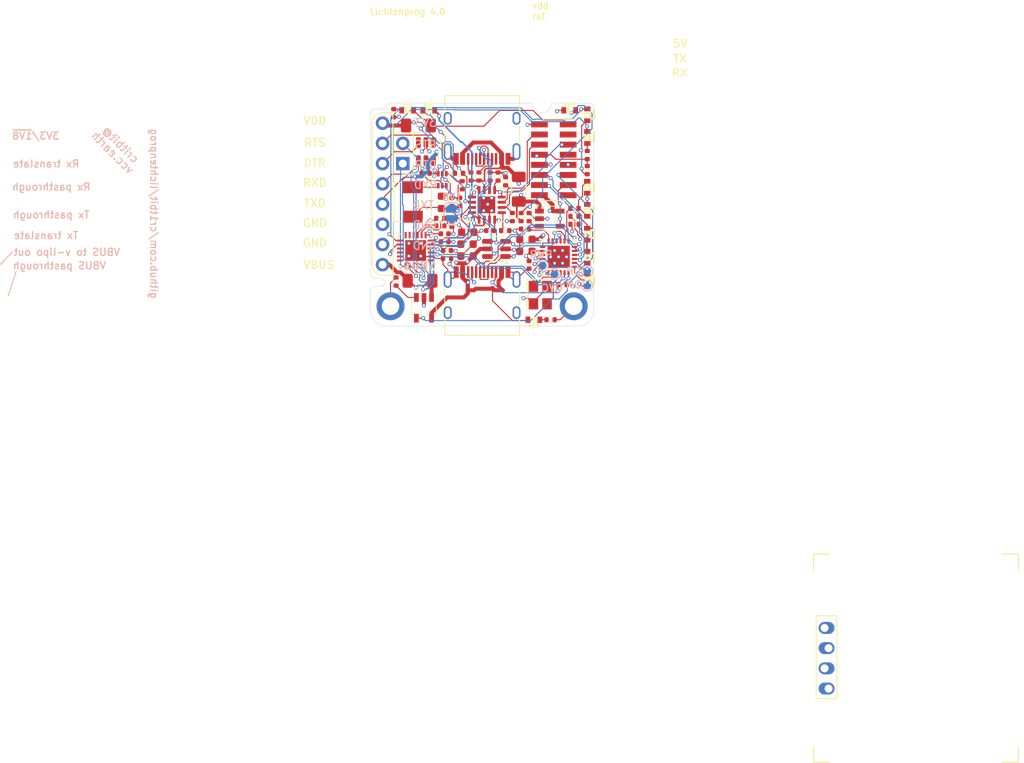
<source format=kicad_pcb>
(kicad_pcb (version 20240108) (generator "pcbnew") (generator_version "8.0")
  (layers (0 "F.Cu" signal) (1 "In1.Cu" signal) (2 "In2.Cu" signal) (31 "B.Cu" signal) (34 "B.Paste" user) (35 "F.Paste" user) (36 "B.SilkS" user "B.Silkscreen") (37 "F.SilkS" user "F.Silkscreen") (38 "B.Mask" user) (39 "F.Mask" user) (44 "Edge.Cuts" user))
  (net 0 "")
  (net 1 "GND")
  (net 2 "VBUS")
  (net 3 "+3V3")
  (net 4 "VDD")
  (net 5 "/DTR")
  (net 6 "/RTS")
  (net 8 "Net-(J1-CC2)")
  (net 10 "Net-(J1-CC1)")
  (net 14 "Net-(U2-XO)")
  (net 15 "Net-(U2-XI)")
  (net 16 "Net-(U2-DM3)")
  (net 19 "Net-(U2-DP3)")
  (net 20 "Net-(U2-PSELF)")
  (net 21 "Net-(U5-~{RST})")
  (net 32 "Net-(U5-VBUS)")
  (net 33 "/OUT_DM")
  (net 34 "/OUT_DP")
  (net 35 "/CP_DP")
  (net 36 "/CP_DM")
  (net 39 "/INA_VDDIO_RN")
  (net 40 "/INA_VBUSOUT_RN")
  (net 41 "/INA_USBEXT_RN")
  (net 42 "/INA_USBEXT_RP")
  (net 43 "/INA_VBUSOUT_RP")
  (net 44 "/I2C_SDA")
  (net 45 "/I2C_SCL")
  (net 46 "Net-(U13-A0)")
  (net 47 "Net-(U13-PV)")
  (net 48 "/STAT_HUB_LED3")
  (net 49 "/STAT_HUB_LED4")
  (net 50 "/STAT_HUB_LED2")
  (net 51 "/STAT_HUB_LED1")
  (net 52 "/CTRL_VDDIO")
  (net 53 "/CTRL_USBEXT")
  (net 54 "/CTRL_VBUSOUT")
  (net 55 "/STAT_LED_TX")
  (net 56 "/STAT_LED_RX")
  (net 57 "Net-(U15-I{slash}O2)")
  (net 58 "Net-(U15-I{slash}O1)")
  (net 59 "/STAT_INA")
  (net 64 "Net-(U9-SET)")
  (net 65 "Net-(U11-SET)")
  (net 66 "/HUB_3V3")
  (net 67 "/MCU_DM")
  (net 68 "/MCU_DP")
  (net 69 "Net-(LED1-K)")
  (net 70 "Net-(LED3-K)")
  (net 71 "Net-(U2-~{PWREN})")
  (net 72 "Net-(U2-~{OVCUR})")
  (net 73 "Net-(LED6-K)")
  (net 74 "Net-(LED7-A)")
  (net 75 "Net-(LED8-A)")
  (net 76 "Net-(LED9-K)")
  (net 77 "Net-(LED10-K)")
  (net 78 "Net-(LED5-K)")
  (net 79 "Net-(LED11-A)")
  (net 80 "Net-(U8-SW)")
  (net 81 "/CTRL_HUB_PWREN")
  (net 82 "/STAT_HUB_OVCUR")
  (net 83 "/OUT_TX")
  (net 84 "/OUT_RX")
  (net 85 "/OUT_DTR")
  (net 86 "/OUT_RTS")
  (net 87 "Net-(JP1-A)")
  (net 88 "Net-(U8-FB)")
  (net 89 "Net-(J3-CC2)")
  (net 90 "Net-(J3-CC1)")
  (footprint "Capacitor_SMD:C_0603_1608Metric" (layer "F.Cu") (at 76.2 62.2)
    (property "Reference" "C6" (hide yes))
    (property "Value" "2.2u")
  )
  (footprint "Capacitor_SMD:C_0402_1005Metric" (layer "F.Cu") (at 73.3 63.4)
    (property "Reference" "C7" (hide yes))
    (property "Value" "100n")
  )
  (footprint "Resistor_SMD:R_0402_1005Metric" (layer "F.Cu") (at 72.75 60.45)
    (property "Reference" "R14" (hide yes))
    (property "Value" "22k")
  )
  (footprint "Connector_PinHeader_2.54mm:PinHeader_1x08_P2.54mm_Vertical" (layer "F.Cu") (at 65.5 48.5)
    (property "Reference" "J2" (hide yes))
    (property "Value" "IO_OUT")
  )
  (footprint "Resistor_SMD:R_0402_1005Metric" (layer "F.Cu") (at 91.2 52.5 -90)
    (property "Reference" "R24" (hide yes))
    (property "Value" "3k")
  )
  (footprint "Capacitor_SMD:C_0402_1005Metric" (layer "F.Cu") (at 79 62 180)
    (property "Reference" "C13" (hide yes))
    (property "Value" "100n")
  )
  (footprint "Connector_USB:USB_C_Receptacle_HRO_TYPE-C-31-M-12" (layer "F.Cu") (at 78 71.26)
    (property "Reference" "J1" (hide yes))
    (property "Value" "USB_C_Receptacle_USB2.0")
  )
  (footprint "easyeda2kicad:LED-SMD_L1.7-W1.1-R-RD_GREEN" (layer "F.Cu") (at 91.2 56.55 -90)
    (property "Reference" "LED1" (hide yes))
    (property "Value" "XL-1606UGC")
  )
  (footprint "easyeda2kicad:LED-SMD_L1.7-W1.1-R-RD_GREEN" (layer "F.Cu") (at 91.2125 47.45 -90)
    (property "Reference" "LED8" (hide yes))
    (property "Value" "XL-1606UGC")
  )
  (footprint "Connector_PinHeader_2.54mm:PinHeader_1x02_P2.54mm_Vertical" (layer "F.Cu") (at 68.04 53.582393 180)
    (property "Reference" "J5" (hide yes))
    (property "Value" "Conn_01x02")
  )
  (footprint "easyeda2kicad:LED-SMD_L1.7-W1.1-R-RD_GREEN" (layer "F.Cu") (at 84.5 73.2 180)
    (property "Reference" "LED6" (hide yes))
    (property "Value" "XL-1606UGC")
  )
  (footprint "easyeda2kicad:LED-SMD_L1.7-W1.1-R-RD_GREEN" (layer "F.Cu") (at 91.2 59.45 -90)
    (property "Reference" "LED2" (hide yes))
    (property "Value" "XL-1606UGC")
  )
  (footprint "easyeda2kicad:QFN-24_L4.0-W4.0-P0.50-BL-EP2.8" (layer "F.Cu") (at 87.6 65.3)
    (property "Reference" "U2" (hide yes))
    (property "Value" "CH334F")
  )
  (footprint "easyeda2kicad:LED-SMD_L1.7-W1.1-R-RD_GREEN" (layer "F.Cu") (at 91.2125 50.3 -90)
    (property "Reference" "LED7" (hide yes))
    (property "Value" "XL-1606UGC")
  )
  (footprint "Resistor_SMD:R_0402_1005Metric" (layer "F.Cu") (at 82.9 60.3 -90)
    (property "Reference" "R28" (hide yes))
    (property "Value" "5.1k")
  )
  (footprint "easyeda2kicad:LED-SMD_L1.7-W1.1-R-RD_GREEN" (layer "F.Cu") (at 71.3 46.8875)
    (property "Reference" "LED10" (hide yes))
    (property "Value" "XL-1606UGC")
  )
  (footprint "Resistor_SMD:R_0402_1005Metric" (layer "F.Cu") (at 80 55.2 90)
    (property "Reference" "R2" (hide yes))
    (property "Value" "22k")
  )
  (footprint "Package_DFN_QFN:Texas_RGV0016A_VQFN-16-1EP_4x4mm_P0.65mm_EP2.1x2.1mm" (layer "F.Cu") (at 78.6 58.7625 90)
    (property "Reference" "U13" (hide yes))
    (property "Value" "INA3221")
  )
  (footprint "Resistor_SMD:R_0402_1005Metric" (layer "F.Cu") (at 91.2 54.4 90)
    (property "Reference" "R25" (hide yes))
    (property "Value" "3k")
  )
  (footprint "Capacitor_SMD:C_0402_1005Metric" (layer "F.Cu") (at 83.9 66.3 -90)
    (property "Reference" "C8" (hide yes))
    (property "Value" "100n")
  )
  (footprint "Resistor_SMD:R_0402_1005Metric" (layer "F.Cu") (at 86.6 73.2 180)
    (property "Reference" "R1" (hide yes))
    (property "Value" "5.1k")
  )
  (footprint "Inductor_SMD:L_Sunlord_MWSA0412S" (layer "F.Cu") (at 69.3 58.4 -90)
    (property "Reference" "L2" (hide yes))
    (property "Value" "2.2uH")
  )
  (footprint "Resistor_SMD:R_0402_1005Metric" (layer "F.Cu") (at 70.9 54.8)
    (property "Reference" "R7" (hide yes))
    (property "Value" "3k")
  )
  (footprint "MountingHole:MountingHole_2.2mm_M2_ISO7380_Pad" (layer "F.Cu") (at 66.5 71.5)
    (property "Reference" "H1" (hide yes))
    (property "Value" "SCRHOLE")
  )
  (footprint "easyeda2kicad:SOT-23-5_L3.0-W1.7-P0.95-LS2.8-BR" (layer "F.Cu") (at 86.5 60.5 180)
    (property "Reference" "U9" (hide yes))
    (property "Value" "MT9700")
  )
  (footprint "Resistor_SMD:R_0402_1005Metric" (layer "F.Cu") (at 80.9 62 180)
    (property "Reference" "R22" (hide yes))
    (property "Value" "22k")
  )
  (footprint "Package_DFN_QFN:QFN-24-1EP_4x4mm_P0.5mm_EP2.6x2.6mm" (layer "F.Cu") (at 69.65 64.5 180)
    (property "Reference" "U5" (hide yes))
    (property "Value" "CP2102N-Axx-xQFN24")
  )
  (footprint "Resistor_SMD:R_0402_1005Metric" (layer "F.Cu") (at 72.75 61.4 180)
    (property "Reference" "R11" (hide yes))
    (property "Value" "1k")
  )
  (footprint "easyeda2kicad:LED-SMD_L1.7-W1.1-R-RD_GREEN" (layer "F.Cu") (at 68.65 46.8875)
    (property "Reference" "LED9" (hide yes))
    (property "Value" "XL-1606UGC")
  )
  (footprint "Resistor_SMD:R_1206_3216Metric_Pad1.30x1.75mm_HandSolder" (layer "F.Cu") (at 70 48.8 180)
    (property "Reference" "R15" (hide yes))
    (property "Value" "50mR/1206")
  )
  (footprint "Resistor_SMD:R_0402_1005Metric" (layer "F.Cu") (at 89.6 60.2 180)
    (property "Reference" "R10" (hide yes))
    (property "Value" "1k")
  )
  (footprint "Capacitor_SMD:C_0603_1608Metric" (layer "F.Cu") (at 72.9 58.45 90)
    (property "Reference" "C10" (hide yes))
    (property "Value" "10u")
  )
  (footprint "Resistor_SMD:R_0402_1005Metric" (layer "F.Cu") (at 83.9 60.3 -90)
    (property "Reference" "R5" (hide yes))
    (property "Value" "3k")
  )
  (footprint "Resistor_SMD:R_0402_1005Metric" (layer "F.Cu") (at 77.6 55.2 90)
    (property "Reference" "R31" (hide yes))
    (property "Value" "22k")
  )
  (footprint "Resistor_SMD:R_1206_3216Metric_Pad1.30x1.75mm_HandSolder" (layer "F.Cu") (at 70.2 68.3 180)
    (property "Reference" "R16" (hide yes))
    (property "Value" "50mR/1206")
  )
  (footprint "easyeda2kicad:SOT-23-5_L3.0-W1.7-P0.95-LS2.8-BR" (layer "F.Cu") (at 70.7 71.7 90)
    (property "Reference" "U11" (hide yes))
    (property "Value" "MT9700")
  )
  (footprint "Crystal:Crystal_SMD_3225-4Pin_3.2x2.5mm" (layer "F.Cu") (at 85.3 70.1 -90)
    (property "Reference" "Y1" (hide yes))
    (property "Value" "Crystal_GND24")
  )
  (footprint "Connector_USB:USB_C_Receptacle_HRO_TYPE-C-31-M-12" (layer "F.Cu") (at 78 48.94 180)
    (property "Reference" "J3" (hide yes))
    (property "Value" "USB_C_Receptacle_USB2.0")
  )
  (footprint "Capacitor_SMD:C_0402_1005Metric" (layer "F.Cu") (at 73.3 62.4)
    (property "Reference" "C4" (hide yes))
    (property "Value" "100n")
  )
  (footprint "Critbit_lib:OLED_4Pin_128x64_new" (layer "F.Cu") (at 132.521 115.73 90)
    (property "Reference" "U3" (hide yes))
    (property "Value" "~")
  )
  (footprint "Connector_PinSocket_1.27mm:PinSocket_2x08_P1.27mm_Vertical_SMD" (layer "F.Cu") (at 87 53.1)
    (property "Reference" "J4" (hide yes))
    (property "Value" "Conn_02x08_Odd_Even")
  )
  (footprint "Package_TO_SOT_SMD:SOT-23-6" (layer "F.Cu") (at 70.95 52.0625 -90)
    (property "Reference" "U1" (hide yes))
    (property "Value" "USBLC6-4SC6")
  )
  (footprint "Resistor_SMD:R_0402_1005Metric" (layer "F.Cu") (at 75.1 54.8 180)
    (property "Reference" "R27" (hide yes))
    (property "Value" "5.1k")
  )
  (footprint "Capacitor_SMD:C_0603_1608Metric" (layer "F.Cu") (at 83.5 63.1 180)
    (property "Reference" "C9" (hide yes))
    (property "Value" "2.2u")
  )
  (footprint "MountingHole:MountingHole_2.2mm_M2_ISO7380_Pad" (layer "F.Cu") (at 89.5 71.5)
    (property "Reference" "H2" (hide yes))
    (property "Value" "SCRHOLE")
  )
  (footprint "easyeda2kicad:LED-SMD_L1.7-W1.1-R-RD_GREEN" (layer "F.Cu") (at 89 46.8875)
    (property "Reference" "LED11" (hide yes))
    (property "Value" "XL-1606UGC")
  )
  (footprint "Resistor_SMD:R_1206_3216Metric_Pad1.30x1.75mm_HandSolder" (layer "F.Cu") (at 82.6 56.8 90)
    (property "Reference" "R12" (hide yes))
    (property "Value" "50mR/1206")
  )
  (footprint "Resistor_SMD:R_0402_1005Metric" (layer "F.Cu") (at 76.6 55.2 90)
    (property "Reference" "R30" (hide yes))
    (property "Value" "22k")
  )
  (footprint "Resistor_SMD:R_0402_1005Metric" (layer "F.Cu") (at 74.2 61 90)
    (property "Reference" "R13" (hide yes))
    (property "Value" "47k")
  )
  (footprint "easyeda2kicad:LED-SMD_L1.7-W1.1-R-RD_GREEN" (layer "F.Cu") (at 91.2 68.25 -90)
    (property "Reference" "LED5" (hide yes))
    (property "Value" "XL-1606UGC")
  )
  (footprint "Resistor_SMD:R_0402_1005Metric" (layer "F.Cu") (at 75.5 56.3 90)
    (property "Reference" "R18" (hide yes))
    (property "Value" "10k")
  )
  (footprint "Resistor_SMD:R_0402_1005Metric" (layer "F.Cu") (at 89.6 61.2)
    (property "Reference" "R29" (hide yes))
    (property "Value" "1k")
  )
  (footprint "Resistor_SMD:R_0402_1005Metric" (layer "F.Cu") (at 66.9 47.25 90)
    (property "Reference" "R26" (hide yes))
    (property "Value" "3k")
  )
  (footprint "Resistor_SMD:R_0402_1005Metric" (layer "F.Cu") (at 80.95 55.8 90)
    (property "Reference" "R20" (hide yes))
    (property "Value" "22k")
  )
  (footprint "Capacitor_SMD:C_0603_1608Metric" (layer "F.Cu") (at 83.5 64.6 180)
    (property "Reference" "C1" (hide yes))
    (property "Value" "10u")
  )
  (footprint "Resistor_SMD:R_0402_1005Metric" (layer "F.Cu") (at 74.2 58.4 -90)
    (property "Reference" "R17" (hide yes))
    (property "Value" "47k")
  )
  (footprint "Resistor_SMD:R_0402_1005Metric" (layer "F.Cu") (at 83.4 61.8)
    (property "Reference" "R8" (hide yes))
    (property "Value" "47k")
  )
  (footprint "Package_TO_SOT_SMD:SOT-563" (layer "F.Cu") (at 73 55.6 -90)
    (property "Reference" "U8" (hide yes))
    (property "Value" "TLV62568DRL")
  )
  (footprint "Resistor_SMD:R_0402_1005Metric" (layer "F.Cu") (at 89.6 59.2 180)
    (property "Reference" "R9" (hide yes))
    (property "Value" "1k")
  )
  (footprint "Resistor_SMD:R_0402_1005Metric" (layer "F.Cu") (at 79 55.2 90)
    (property "Reference" "R23" (hide yes))
    (property "Value" "22k")
  )
  (footprint "easyeda2kicad:LED-SMD_L1.7-W1.1-R-RD_GREEN" (layer "F.Cu") (at 91.2 62.45 -90)
    (property "Reference" "LED3" (hide yes))
    (property "Value" "XL-1606UGC")
  )
  (footprint "Capacitor_SMD:C_0603_1608Metric" (layer "F.Cu") (at 76.1 63.7)
    (property "Reference" "C11" (hide yes))
    (property "Value" "2.2u")
  )
  (footprint "Resistor_SMD:R_0402_1005Metric" (layer "F.Cu") (at 73.6 65.5 180)
    (property "Reference" "R3" (hide yes))
    (property "Value" "5.1k")
  )
  (footprint "Resistor_SMD:R_0402_1005Metric" (layer "F.Cu") (at 88.1 68.8)
    (property "Reference" "R4" (hide yes))
    (property "Value" "5.1k")
  )
  (footprint "Resistor_SMD:R_0402_1005Metric" (layer "F.Cu") (at 67.2 68.4 -90)
    (property "Reference" "R6" (hide yes))
    (property "Value" "3k")
  )
  (footprint "Capacitor_SMD:C_0603_1608Metric" (layer "F.Cu") (at 76.1 65.2 180)
    (property "Reference" "C5" (hide yes))
    (property "Value" "2.2u")
  )
  (footprint "easyeda2kicad:LED-SMD_L1.7-W1.1-R-RD_GREEN" (layer "F.Cu") (at 91.2 65.35 -90)
    (property "Reference" "LED4" (hide yes))
    (property "Value" "XL-1606UGC")
  )
  (footprint "Resistor_SMD:R_0402_1005Metric" (layer "F.Cu") (at 81.8 60.3 -90)
    (property "Reference" "R21" (hide yes))
    (property "Value" "3k")
  )
  (footprint "Capacitor_SMD:C_0402_1005Metric" (layer "F.Cu") (at 73.6 64.5)
    (property "Reference" "C12" (hide yes))
    (property "Value" "100n")
  )
  (footprint "Resistor_SMD:R_0402_1005Metric" (layer "F.Cu") (at 75.2 58.4 -90)
    (property "Reference" "R19" (hide yes))
    (property "Value" "47k")
  )
  (footprint "Package_TO_SOT_SMD:SOT-23-6" (layer "F.Cu") (at 79.8 64.3 180)
    (property "Reference" "U15" (hide yes))
    (property "Value" "USBLC6-4SC6")
  )
  (footprint "TestPoint:TestPoint_Pad_D1.0mm" (layer "B.Cu") (at 91.2 68.9 180)
    (property "Reference" "TP3" (hide yes))
    (property "Value" "TestPoint")
  )
  (footprint "TestPoint:TestPoint_Pad_D1.0mm" (layer "B.Cu") (at 85.6 66.4 180)
    (property "Reference" "TP1" (hide yes))
    (property "Value" "TestPoint")
  )
  (footprint "TestPoint:TestPoint_Pad_D1.0mm" (layer "B.Cu") (at 87.1 67.5 180)
    (property "Reference" "TP2" (hide yes))
    (property "Value" "TestPoint")
  )
  (footprint "Jumper:SolderJumper-2_P1.3mm_Open_RoundedPad1.0x1.5mm" (layer "B.Cu") (at 74.2 59.9 -90)
    (property "Reference" "JP1" (hide yes))
    (property "Value" "1V8_ENA")
  )
  (footprint "TestPoint:TestPoint_Pad_D1.0mm" (layer "B.Cu") (at 91.2 67.1 180)
    (property "Reference" "TP4" (hide yes))
    (property "Value" "TestPoint")
  )
  (gr_line (start 19.5 67.1) (end 18.5 70.2) (stroke (width 0.12)) (layer "B.SilkS"))
  (gr_line (start 19 64.7) (end 17.525 66.25) (stroke (width 0.12)) (layer "B.SilkS"))
  (gr_line (start 78 74) (end 66 74) (stroke (width 0.05)) (layer "Edge.Cuts"))
  (gr_arc (start 65.25 68) (mid 65.603553 68.146447) (end 65.75 68.5) (stroke (width 0.05)) (layer "Edge.Cuts"))
  (gr_line (start 64 66) (end 64 47.25) (stroke (width 0.05)) (layer "Edge.Cuts"))
  (gr_arc (start 64.5 68) (mid 64.146447 67.853553) (end 64 67.5) (stroke (width 0.05)) (layer "Edge.Cuts"))
  (gr_line (start 64 71) (end 64.000001 69.499999) (stroke (width 0.05)) (layer "Edge.Cuts"))
  (gr_arc (start 86.7 46) (mid 85.5 47.2) (end 84.3 46) (stroke (width 0.05)) (layer "Edge.Cuts"))
  (gr_line (start 78 74) (end 90 74) (stroke (width 0.05)) (layer "Edge.Cuts"))
  (gr_arc (start 66.146447 46.146447) (mid 66.308659 46.038061) (end 66.5 46) (stroke (width 0.05)) (layer "Edge.Cuts"))
  (gr_line (start 92 46.5) (end 92 66.01) (stroke (width 0.05)) (layer "Edge.Cuts"))
  (gr_arc (start 65.603553 46.603553) (mid 65.441342 46.711939) (end 65.25 46.75) (stroke (width 0.05)) (layer "Edge.Cuts"))
  (gr_line (start 64.5 68) (end 65.25 68) (stroke (width 0.05)) (layer "Edge.Cuts"))
  (gr_line (start 64 66) (end 64 67.5) (stroke (width 0.05)) (layer "Edge.Cuts"))
  (gr_line (start 64.5 46.75) (end 65.25 46.75) (stroke (width 0.05)) (layer "Edge.Cuts"))
  (gr_line (start 84.3 46) (end 78 46) (stroke (width 0.05)) (layer "Edge.Cuts"))
  (gr_line (start 66.146447 46.146447) (end 65.603553 46.603553) (stroke (width 0.05)) (layer "Edge.Cuts"))
  (gr_line (start 92 67.51) (end 92 66.01) (stroke (width 0.05)) (layer "Edge.Cuts"))
  (gr_line (start 92 67.51) (end 92 71.01) (stroke (width 0.05)) (layer "Edge.Cuts"))
  (gr_arc (start 66 74) (mid 64.585786 73.414214) (end 64 72) (stroke (width 0.05)) (layer "Edge.Cuts"))
  (gr_line (start 91.5 46) (end 86.7 46) (stroke (width 0.05)) (layer "Edge.Cuts"))
  (gr_line (start 64.500001 68.999999) (end 65.250001 68.999999) (stroke (width 0.05)) (layer "Edge.Cuts"))
  (gr_line (start 66.5 46) (end 78 46) (stroke (width 0.05)) (layer "Edge.Cuts"))
  (gr_line (start 92 71.01) (end 92 72.01) (stroke (width 0.05)) (layer "Edge.Cuts"))
  (gr_arc (start 64.000001 69.499999) (mid 64.146448 69.146446) (end 64.500001 68.999999) (stroke (width 0.05)) (layer "Edge.Cuts"))
  (gr_arc (start 65.750001 68.499999) (mid 65.603554 68.853552) (end 65.250001 68.999999) (stroke (width 0.05)) (layer "Edge.Cuts"))
  (gr_arc (start 91.5 46) (mid 91.853553 46.146447) (end 92 46.5) (stroke (width 0.05)) (layer "Edge.Cuts"))
  (gr_arc (start 64 47.25) (mid 64.146447 46.896447) (end 64.5 46.75) (stroke (width 0.05)) (layer "Edge.Cuts"))
  (gr_arc (start 92 72.01) (mid 91.413604 73.420682) (end 90 74) (stroke (width 0.05)) (layer "Edge.Cuts"))
  (gr_line (start 64 72) (end 64 71) (stroke (width 0.05)) (layer "Edge.Cuts"))
  (gr_text "vcc.earth" (at 31.6 52.2 315) (layer "B.SilkS") (effects (font (size 1 1)) (justify mirror)))
  (gr_text "3V3/~{1V8}" (at 18.9 50.1 0) (layer "B.SilkS") (effects (font (size 0.9 0.9)) (justify right mirror)))
  (gr_text "DTR" (at 70.904762 53.75 0) (layer "B.SilkS") (effects (font (size 1 1)) (justify mirror)))
  (gr_text "Tx pasthrough" (at 19 60 0) (layer "B.SilkS") (effects (font (size 0.9 0.9)) (justify right mirror)))
  (gr_text "Tx translate" (at 19.1 62.6 0) (layer "B.SilkS") (effects (font (size 0.9 0.9)) (justify right mirror)))
  (gr_text "VBUS to v-lipo out" (at 19.1 64.7 0) (layer "B.SilkS") (effects (font (size 0.9 0.9)) (justify right mirror)))
  (gr_text "github.com/cr1tbit/lichtenprog" (at 36.8 49.1 270) (layer "B.SilkS") (effects (font (size 0.9 0.9)) (justify right mirror)))
  (gr_text "RTS" (at 70.904762 51.2 0) (layer "B.SilkS") (effects (font (size 1 1)) (justify mirror)))
  (gr_text "DM" (at 88.4 68.8 0) (layer "B.SilkS") (effects (font (size 0.9 0.9)) (justify right mirror)))
  (gr_text "PWR" (at 83.9 65 0) (layer "B.SilkS") (effects (font (size 0.9 0.9)) (justify right mirror)))
  (gr_text "critbit@" (at 32.6 51.2 315) (layer "B.SilkS") (effects (font (size 1 1)) (justify mirror)))
  (gr_text "OVC" (at 85.4 69.2 0) (layer "B.SilkS") (effects (font (size 0.9 0.9)) (justify right mirror)))
  (gr_text "GND" (at 70.8 63.9 0) (layer "B.SilkS") (effects (font (size 1 1)) (justify mirror)))
  (gr_text "DP" (at 88.5 67.1 0) (layer "B.SilkS") (effects (font (size 0.9 0.9)) (justify right mirror)))
  (gr_text "Rx translate" (at 19 53.6 0) (layer "B.SilkS") (effects (font (size 0.9 0.9)) (justify right mirror)))
  (gr_text "VBUS pasthrough" (at 19 66.4 0) (layer "B.SilkS") (effects (font (size 0.9 0.9)) (justify right mirror)))
  (gr_text "GND" (at 70.8 61.3 0) (layer "B.SilkS") (effects (font (size 1 1)) (justify mirror)))
  (gr_text "VBUS" (at 70.1 66.4 0) (layer "B.SilkS") (effects (font (size 1 1)) (justify mirror)))
  (gr_text "3V3" (at 70.904762 48.45 0) (layer "B.SilkS") (effects (font (size 1 1)) (justify mirror)))
  (gr_text "RXD" (at 70.904762 56.25 0) (layer "B.SilkS") (effects (font (size 1 1)) (justify mirror)))
  (gr_text "TXD" (at 70.6 58.8 0) (layer "B.SilkS") (effects (font (size 1 1)) (justify mirror)))
  (gr_text "1V8" (at 72.9 57.8 0) (layer "B.SilkS") (effects (font (size 0.9 0.9)) (justify right mirror)))
  (gr_text "Rx pasthrough" (at 18.9 56.5 0) (layer "B.SilkS") (effects (font (size 0.9 0.9)) (justify right mirror)))
  (gr_text "RTS" (at 57 50.95 0) (layer "F.SilkS") (effects (font (size 1 1))))
  (gr_text "VDD" (at 57 48.2 0) (layer "F.SilkS") (effects (font (size 1 1))))
  (gr_text "TX" (at 102.85 40.39 0) (layer "F.SilkS") (effects (font (size 1 1))))
  (gr_text "RX" (at 102.8 42.2 0) (layer "F.SilkS") (effects (font (size 1 1))))
  (gr_text "5V" (at 102.85 38.49 0) (layer "F.SilkS") (effects (font (size 1 1))))
  (gr_text "GND" (at 57 61.05 0) (layer "F.SilkS") (effects (font (size 1 1))))
  (gr_text "TXD" (at 57 58.55 0) (layer "F.SilkS") (effects (font (size 1 1))))
  (gr_text "GND" (at 57 63.55 0) (layer "F.SilkS") (effects (font (size 1 1))))
  (gr_text "vdd\nrst" (at 84.2 34.4 0) (layer "F.SilkS") (effects (font (size 0.8 0.8)) (justify left)))
  (gr_text "VBUS" (at 57.5 66.3 0) (layer "F.SilkS") (effects (font (size 1 1))))
  (gr_text "DTR" (at 57 53.5 0) (layer "F.SilkS") (effects (font (size 1 1))))
  (gr_text "Lichtenprog 4.0" (at 63.8 34.5 0) (layer "F.SilkS") (effects (font (size 0.8 0.8)) (justify left)))
  (gr_text "RXD" (at 57 56 0) (layer "F.SilkS") (effects (font (size 1 1))))
  (segment (start 81.0375 64.4) (end 82 64.4) (width 0.127) (layer "F.Cu") (net 1))
  (segment (start 81.25 67.215) (end 81.25 67.55) (width 0.127) (layer "F.Cu") (net 1))
  (segment (start 74.75 67.65) (end 74.4 68) (width 0.127) (layer "F.Cu") (net 1))
  (segment (start 74.75 67.215) (end 74.085 67.215) (width 0.127) (layer "F.Cu") (net 1))
  (segment (start 82.725 63.1) (end 82.725 64.6) (width 0.127) (layer "F.Cu") (net 1))
  (segment (start 81.815 67.215) (end 82.4 67.8) (width 0.127) (layer "F.Cu") (net 1))
  (segment (start 71.95 65.25) (end 72.2 65.5) (width 0.127) (layer "F.Cu") (net 1))
  (segment (start 70.3 65.2) (end 70.3 65.15) (width 0.127) (layer "F.Cu") (net 1))
  (segment (start 85.2 60.5) (end 86.2 60.5) (width 0.127) (layer "F.Cu") (net 1))
  (segment (start 81.25 67.215) (end 81.815 67.215) (width 0.127) (layer "F.Cu") (net 1))
  (segment (start 70.7 70.4) (end 70.7 71.4) (width 0.5) (layer "F.Cu") (net 1))
  (segment (start 85.2 48.655) (end 83.745 48.655) (width 0.127) (layer "F.Cu") (net 1))
  (segment (start 82.32 52.58) (end 82.32 52.07) (width 0.5) (layer "F.Cu") (net 1))
  (segment (start 67.2 67.89) (end 66.5 68.59) (width 0.127) (layer "F.Cu") (net 1))
  (segment (start 75.61 54.71) (end 75.1 54.2) (width 0.127) (layer "F.Cu") (net 1))
  (segment (start 76.0895 55.2795) (end 75.61 54.8) (width 0.127) (layer "F.Cu") (net 1))
  (segment (start 66.5 68.59) (end 66.5 71.5) (width 0.127) (layer "F.Cu") (net 1))
  (segment (start 73.78 63.4) (end 74.4 63.4) (width 0.127) (layer "F.Cu") (net 1))
  (segment (start 72.2 65.5) (end 73.09 65.5) (width 0.127) (layer "F.Cu") (net 1))
  (segment (start 86.15 69) (end 86.15 69.25) (width 0.127) (layer "F.Cu") (net 1))
  (segment (start 67.49 47.76) (end 67.55 47.7) (width 0.127) (layer "F.Cu") (net 1))
  (segment (start 87.5125 46.8875) (end 87.4 47) (width 0.127) (layer "F.Cu") (net 1))
  (segment (start 85.2 53.735) (end 86.565 53.735) (width 0.127) (layer "F.Cu") (net 1))
  (segment (start 78.925 60.625) (end 78.925 61.595) (width 0.127) (layer "F.Cu") (net 1))
  (segment (start 76.975 62.2) (end 77.7 62.2) (width 0.127) (layer "F.Cu") (net 1))
  (segment (start 87.11 73.2) (end 87.8 73.2) (width 0.127) (layer "F.Cu") (net 1))
  (segment (start 75.69 56.81) (end 75.5 56.81) (width 0.127) (layer "F.Cu") (net 1))
  (segment (start 85.2 60.5) (end 84.61 60.5) (width 0.127) (layer "F.Cu") (net 1))
  (segment (start 81.25 67.55) (end 81.9 68.2) (width 0.127) (layer "F.Cu") (net 1))
  (segment (start 74.75 53.85) (end 75.1 54.2) (width 0.127) (layer "F.Cu") (net 1))
  (segment (start 88.61 68.8) (end 89.2 68.8) (width 0.127) (layer "F.Cu") (net 1))
  (segment (start 78.925 60.625) (end 78.925 59.0875) (width 0.127) (layer "F.Cu") (net 1))
  (segment (start 83.745 48.655) (end 83.7 48.7) (width 0.127) (layer "F.Cu") (net 1))
  (segment (start 73.68 66.88) (end 73.09 66.29) (width 0.127) (layer "F.Cu") (net 1))
  (segment (start 74.08 64.5) (end 74.625 64.5) (width 0.127) (layer "F.Cu") (net 1))
  (segment (start 88.25 46.8875) (end 87.5125 46.8875) (width 0.127) (layer "F.Cu") (net 1))
  (segment (start 81.915 52.985) (end 82.32 52.58) (width 0.5) (layer "F.Cu") (net 1))
  (segment (start 87.8 73.2) (end 89.5 71.5) (width 0.127) (layer "F.Cu") (net 1))
  (segment (start 66.9 47.76) (end 67.49 47.76) (width 0.127) (layer "F.Cu") (net 1))
  (segment (start 73 54.85) (end 73 55.2) (width 0.127) (layer "F.Cu") (net 1))
  (segment (start 76.9 63.7) (end 77.6 63) (width 0.127) (layer "F.Cu") (net 1))
  (segment (start 83.9 66.78) (end 83.67 66.78) (width 0.127) (layer "F.Cu") (net 1))
  (segment (start 73.68 52.07) (end 73.68 52.38) (width 0.5) (layer "F.Cu") (net 1))
  (segment (start 86.15 69.25) (end 84.45 70.95) (width 0.127) (layer "F.Cu") (net 1))
  (segment (start 76.875 63.7) (end 76.9 63.7) (width 0.127) (layer "F.Cu") (net 1))
  (segment (start 74.285 52.985) (end 74.75 52.985) (width 0.5) (layer "F.Cu") (net 1))
  (segment (start 84.45 70.95) (end 84.45 71.2) (width 0.127) (layer "F.Cu") (net 1))
  (segment (start 82.89 61.8) (end 82.3 61.8) (width 0.127) (layer "F.Cu") (net 1))
  (segment (start 70.3 65.15) (end 69.65 64.5) (width 0.127) (layer "F.Cu") (net 1))
  (segment (start 70.95 51.55) (end 70.95 50.925) (width 0.127) (layer "F.Cu") (net 1))
  (segment (start 73 55.2) (end 73.4 55.6) (width 0.127) (layer "F.Cu") (net 1))
  (segment (start 74.625 64.5) (end 74.6625 64.5375) (width 0.127) (layer "F.Cu") (net 1))
  (segment (start 73.81 68) (end 73.68 68.13) (width 0.127) (layer "F.Cu") (net 1))
  (segment (start 77.7 62.2) (end 77.9 62) (width 0.127) (layer "F.Cu") (net 1))
  (segment (start 74 57.05) (end 74 56.10803) (width 0.127) (layer "F.Cu") (net 1))
  (segment (start 83.75 70.5) (end 83.2 70.5) (width 0.127) (layer "F.Cu") (net 1))
  (segment (start 73.49197 55.6) (end 73.4 55.6) (width 0.127) (layer "F.Cu") (net 1))
  (segment (start 72.9 57.675) (end 73.375 57.675) (width 0.127) (layer "F.Cu") (net 1))
  (segment (start 81.25 52.985) (end 81.915 52.985) (width 0.5) (layer "F.Cu") (net 1))
  (segment (start 74.4 61.71) (end 74.2 61.51) (width 0.127) (layer "F.Cu") (net 1))
  (segment (start 76.2 56.4) (end 76.1 56.4) (width 0.127) (layer "F.Cu") (net 1))
  (segment (start 75.61 54.8) (end 75.61 54.71) (width 0.127) (layer "F.Cu") (net 1))
  (segment (start 76.1 56.4) (end 75.69 56.81) (width 0.127) (layer "F.Cu") (net 1))
  (segment (start 86.565 53.735) (end 86.6 53.7) (width 0.127) (layer "F.Cu") (net 1))
  (segment (start 73.78 62.4) (end 74.4 62.4) (width 0.127) (layer "F.Cu") (net 1))
  (segment (start 74.4 68) (end 73.81 68) (width 0.127) (layer "F.Cu") (net 1))
  (segment (start 76.2 56.4) (end 76.0895 56.2895) (width 0.127) (layer "F.Cu") (net 1))
  (segment (start 82 64.4) (end 82.525 64.4) (width 0.127) (layer "F.Cu") (net 1))
  (segment (start 80.9375 64.3) (end 81.0375 64.4) (width 0.127) (layer "F.Cu") (net 1))
  (segment (start 74.085 67.215) (end 73.7 67.6) (width 0.127) (layer "F.Cu") (net 1))
  (segment (start 71.5875 65.25) (end 70.4 65.25) (width 0.127) (layer "F.Cu") (net 1))
  (segment (start 84.45 71.2) (end 83.75 70.5) (width 0.127) (layer "F.Cu") (net 1))
  (segment (start 74.75 52.985) (end 74.75 53.85) (width 0.127) (layer "F.Cu") (net 1))
  (segment (start 73.09 66.29) (end 73.09 65.5) (width 0.127) (layer "F.Cu") (net 1))
  (segment (start 84.61 60.5) (end 83.9 59.79) (width 0.127) (layer "F.Cu") (net 1))
  (segment (start 78.925 59.0875) (end 78.6 58.7625) (width 0.127) (layer "F.Cu") (net 1))
  (segment (start 76.0895 56.2895) (end 76.0895 55.2795) (width 0.127) (layer "F.Cu") (net 1))
  (segment (start 73 54.85) (end 73 54.6) (width 0.127) (layer "F.Cu") (net 1))
  (segment (start 77.6 63) (end 77.6 62.825) (width 0.127) (layer "F.Cu") (net 1))
  (segment (start 73.68 68.13) (end 73.68 66.88) (width 0.127) (layer "F.Cu") (net 1))
  (segment (start 81.41 62) (end 82.1 62) (width 0.127) (layer "F.Cu") (net 1))
  (segment (start 83.67 66.78) (end 82.32 68.13) (width 0.127) (layer "F.Cu") (net 1))
  (segment (start 70.45 52.05) (end 70.95 51.55) (width 0.127) (layer "F.Cu") (net 1))
  (segment (start 70.4 65.25) (end 70.35 65.2) (width 0.127) (layer "F.Cu") (net 1))
  (segment (start 78.925 61.595) (end 78.52 62) (width 0.127) (layer "F.Cu") (net 1))
  (segment (start 73 54.6) (end 73.6 54) (width 0.127) (layer "F.Cu") (net 1))
  (segment (start 82.3 61.8) (end 82.1 62) (width 0.127) (layer "F.Cu") (net 1))
  (segment (start 74.4 62.4) (end 74.4 61.71) (width 0.127) (layer "F.Cu") (net 1))
  (segment (start 70.95 51.6) (end 70.95 50.925) (width 0.127) (layer "F.Cu") (net 1))
  (segment (start 71.5875 65.25) (end 71.95 65.25) (width 0.127) (layer "F.Cu") (net 1))
  (segment (start 75.375 65.2) (end 76.875 63.7) (width 0.127) (layer "F.Cu") (net 1))
  (segment (start 73.68 52.38) (end 74.285 52.985) (width 0.5) (layer "F.Cu") (net 1))
  (segment (start 81.9 68.2) (end 82.4 68.2) (width 0.127) (layer "F.Cu") (net 1))
  (segment (start 82.525 64.4) (end 82.725 64.6) (width 0.127) (layer "F.Cu") (net 1))
  (segment (start 74.75 67.215) (end 74.75 67.65) (width 0.127) (layer "F.Cu") (net 1))
  (segment (start 75.325 65.2) (end 75.375 65.2) (width 0.127) (layer "F.Cu") (net 1))
  (segment (start 71.4 52.05) (end 70.95 51.6) (width 0.127) (layer "F.Cu") (net 1))
  (segment (start 74.6625 64.5375) (end 75.325 65.2) (width 0.127) (layer "F.Cu") (net 1))
  (segment (start 89.2 68.8) (end 89.4 69) (width 0.127) (layer "F.Cu") (net 1))
  (segment (start 82.725 62.625) (end 82.1 62) (width 0.127) (layer "F.Cu") (net 1))
  (segment (start 77.6 62.825) (end 76.975 62.2) (width 0.127) (layer "F.Cu") (net 1))
  (segment (start 78.52 62) (end 77.9 62) (width 0.127) (layer "F.Cu") (net 1))
  (segment (start 73.375 57.675) (end 74 57.05) (width 0.127) (layer "F.Cu") (net 1))
  (segment (start 74 56.10803) (end 73.49197 55.6) (width 0.127) (layer "F.Cu") (net 1))
  (segment (start 70.35 65.2) (end 70.3 65.2) (width 0.127) (layer "F.Cu") (net 1))
  (segment (start 82.725 63.1) (end 82.725 62.625) (width 0.127) (layer "F.Cu") (net 1))
  (via (at 76.2 56.4) (size 0.5) (drill 0.3) (layers "F.Cu" "B.Cu") (net 1))
  (via (at 77.6 63) (size 0.5) (drill 0.3) (layers "F.Cu" "B.Cu") (net 1))
  (via (at 70.45 52.05) (size 0.5) (drill 0.3) (layers "F.Cu" "B.Cu") (net 1))
  (via (at 74.4 62.4) (size 0.5) (drill 0.3) (layers "F.Cu" "B.Cu") (net 1))
  (via (at 68.8 65.2) (size 0.5) (drill 0.3) (layers "F.Cu" "B.Cu") (net 1))
  (via (at 77.9 62) (size 0.5) (drill 0.3) (layers "F.Cu" "B.Cu") (net 1))
  (via (at 88.6 65.3) (size 0.5) (drill 0.3) (layers "F.Cu" "B.Cu") (net 1))
  (via (at 71.4 52.05) (size 0.5) (drill 0.3) (layers "F.Cu" "B.Cu") (net 1))
  (via (at 87.1 66.1) (size 0.5) (drill 0.3) (layers "F.Cu" "B.Cu") (net 1))
  (via (at 79.2 59.5) (size 0.5) (drill 0.3) (layers "F.Cu" "B.Cu") (net 1))
  (via (at 70.3 63.6) (size 0.5) (drill 0.3) (layers "F.Cu" "B.Cu") (net 1))
  (via (at 74.6625 64.5375) (size 0.5) (drill 0.3) (layers "F.Cu" "B.Cu") (net 1))
  (via (at 70.7 71.4) (size 0.5) (drill 0.3) (layers "F.Cu" "B.Cu") (net 1))
  (via (at 83.7 48.7) (size 0.5) (drill 0.3) (layers "F.Cu" "B.Cu") (net 1))
  (via (at 86.2 60.5) (size 0.5) (drill 0.3) (layers "F.Cu" "B.Cu") (net 1))
  (via (at 83.2 70.5) (size 0.5) (drill 0.3) (layers "F.Cu" "B.Cu") (net 1))
  (via (at 86.6 65.3) (size 0.5) (drill 0.3) (layers "F.Cu" "B.Cu") (net 1))
  (via (at 82.1 62) (size 0.5) (drill 0.3) (layers "F.Cu" "B.Cu") (net 1))
  (via (at 70.3 65.2) (size 0.5) (drill 0.3) (layers "F.Cu" "B.Cu") (net 1))
  (via (at 87.1 64.5) (size 0.5) (drill 0.3) (layers "F.Cu" "B.Cu") (net 1))
  (via (at 89.4 69) (size 0.5) (drill 0.3) (layers "F.Cu" "B.Cu") (net 1))
  (via (at 67.55 47.7) (size 0.5) (drill 0.3) (layers "F.Cu" "B.Cu") (net 1))
  (via (at 79.2 57.9) (size 0.5) (drill 0.3) (layers "F.Cu" "B.Cu") (net 1))
  (via (at 73.6 54) (size 0.5) (drill 0.3) (layers "F.Cu" "B.Cu") (net 1))
  (via (at 86.6 53.7) (size 0.5) (drill 0.3) (layers "F.Cu" "B.Cu") (net 1))
  (via (at 73.4 55.6) (size 0.5) (drill 0.3) (layers "F.Cu" "B.Cu") (net 1))
  (via (at 82 64.4) (size 0.5) (drill 0.3) (layers "F.Cu" "B.Cu") (net 1))
  (via (at 74.4 63.4) (size 0.5) (drill 0.3) (layers "F.Cu" "B.Cu") (net 1))
  (via (at 87.4 47) (size 0.5) (drill 0.3) (layers "F.Cu" "B.Cu") (net 1))
  (via (at 78.2 59.5) (size 0.5) (drill 0.3) (layers "F.Cu" "B.Cu") (net 1))
  (via (at 87.6 65.3) (size 0.5) (drill 0.3) (layers "F.Cu" "B.Cu") (net 1))
  (via (at 78.2 57.9) (size 0.5) (drill 0.3) (layers "F.Cu" "B.Cu") (net 1))
  (via (at 88.1 64.5) (size 0.5) (drill 0.3) (layers "F.Cu" "B.Cu") (net 1))
  (via (at 68.8 63.6) (size 0.5) (drill 0.3) (layers "F.Cu" "B.Cu") (net 1))
  (via (at 78.7 58.7) (size 0.5) (drill 0.3) (layers "F.Cu" "B.Cu") (net 1))
  (via (at 75.1 54.2) (size 0.5) (drill 0.3) (layers "F.Cu" "B.Cu") (net 1))
  (via (at 88.1 66.1) (size 0.5) (drill 0.3) (layers "F.Cu" "B.Cu") (net 1))
  (segment (start 71.855083 62.4) (end 72.82 62.4) (width 0.127) (layer "F.Cu") (net 2))
  (segment (start 87.8 59.55) (end 86.9 59.55) (width 0.5) (layer "F.Cu") (net 2))
  (segment (start 76.2 68.45) (end 76.2 68.318274) (width 0.5) (layer "F.Cu") (net 2))
  (segment (start 71.41 54.8) (end 72.15 54.8) (width 0.127) (layer "F.Cu") (net 2))
  (segment (start 85.3 63.1) (end 85.154 63.1) (width 0.5) (layer "F.Cu") (net 2))
  (segment (start 71.596488 62.658595) (end 71.500393 62.5625) (width 0.127) (layer "F.Cu") (net 2))
  (segment (start 76.1625 65.9125) (end 76.875 65.2) (width 0.5) (layer "F.Cu") (net 2))
  (segment (start 71.555083 62.1) (end 71.855083 62.4) (width 0.127) (layer "F.Cu") (net 2))
  (segment (start 81.8005 73.3005) (end 83.6495 73.3005) (width 0.127) (layer "F.Cu") (net 2))
  (segment (start 84.275 63.1) (end 85.154 63.1) (width 0.5) (layer "F.Cu") (net 2))
  (segment (start 77.775 64.3) (end 76.875 65.2) (width 0.5) (layer "F.Cu") (net 2))
  (segment (start 85.6 63.546) (end 85.154 63.1) (width 0.127) (layer "F.Cu") (net 2))
  (segment (start 75.55 67.215) (end 75.55 66.236) (width 0.5) (layer "F.Cu") (net 2))
  (segment (start 72.5 54.1) (end 72.65 53.95) (width 0.127) (layer "F.Cu") (net 2))
  (segment (start 80.065 68.318274) (end 80.45 67.933274) (width 0.5) (layer "F.Cu") (net 2))
  (segment (start 71.41 53.66) (end 71.41 54.8) (width 0.127) (layer "F.Cu") (net 2))
  (segment (start 79.3 69.2) (end 79.6 69.5) (width 0.5) (layer "F.Cu") (net 2))
  (segment (start 76.25 68.5) (end 76.2 68.45) (width 0.5) (layer "F.Cu") (net 2))
  (segment (start 71.65 72.35) (end 73.6 70.4) (width 0.5) (layer "F.Cu") (net 2))
  (segment (start 75.7 70.4) (end 76.2 69.9) (width 0.5) (layer "F.Cu") (net 2))
  (segment (start 79.2 69.3) (end 79.3 69.2) (width 0.5) (layer "F.Cu") (net 2))
  (segment (start 86.85 58.75) (end 85.645 57.545) (width 0.5) (layer "F.Cu") (net 2))
  (segment (start 85.674002 62.579998) (end 85.690002 62.579998) (width 0.5) (layer "F.Cu") (net 2))
  (segment (start 71.3 62.5625) (end 70.9 62.5625) (width 0.127) (layer "F.Cu") (net 2))
  (segment (start 80.065 69.001726) (end 80.065 68.318274) (width 0.5) (layer "F.Cu") (net 2))
  (segment (start 75.55 67.215) (end 75.55 67.933274) (width 0.5) (layer "F.Cu") (net 2))
  (segment (start 76.2 69.5) (end 76.981726 69.5) (width 0.5) (layer "F.Cu") (net 2))
  (segment (start 71.500393 62.5625) (end 71.3 62.5625) (width 0.127) (layer "F.Cu") (net 2))
  (segment (start 83.6495 73.3005) (end 83.75 73.2) (width 0.127) (layer "F.Cu") (net 2))
  (segment (start 76.2 69.5) (end 76.2 68.318274) (width 0.5) (layer "F.Cu") (net 2))
  (segment (start 71.5 60.7) (end 71.99 60.7) (width 0.127) (layer "F.Cu") (net 2))
  (segment (start 79.3 69.2) (end 79.3 70.8) (width 0.127) (layer "F.Cu") (net 2))
  (segment (start 75.427 66.113) (end 74.863 66.113) (width 0.5) (layer "F.Cu") (net 2))
  (segment (start 80.6 69.5) (end 80.585 69.485) (width 0.5) (layer "F.Cu") (net 2))
  (segment (start 86.9 59.55) (end 86.85 59.5) (width 0.5) (layer "F.Cu") (net 2))
  (segment (start 80.585 69.485) (end 80.548274 69.485) (width 0.5) (layer "F.Cu") (net 2))
  (segment (start 85.645 57.545) (end 85.2 57.545) (width 0.5) (layer "F.Cu") (net 2))
  (segment (start 77.181726 69.3) (end 79.2 69.3) (width 0.5) (layer "F.Cu") (net 2))
  (segment (start 76.981726 69.5) (end 77.181726 69.3) (width 0.5) (layer "F.Cu") (net 2))
  (segment (start 72.15 54.8) (end 72.15 54.55) (width 0.127) (layer "F.Cu") (net 2))
  (segment (start 80.45 67.933274) (end 80.45 67.215) (width 0.5) (layer "F.Cu") (net 2))
  (segment (start 72.35 54.8) (end 72.5 54.95) (width 0.127) (layer "F.Cu") (net 2))
  (segment (start 80.548274 69.485) (end 80.065 69.001726) (width 0.5) (layer "F.Cu") (net 2))
  (segment (start 71.99 60.7) (end 72.24 60.45) (width 0.127) (layer "F.Cu") (net 2))
  (segment (start 75.935 68.318274) (end 76.2 68.318274) (width 0.5) (layer "F.Cu") (net 2))
  (segment (start 72.15 54.55) (end 72.05 54.45) (width 0.127) (layer "F.Cu") (net 2))
  (segment (start 71.65 73) (end 71.65 72.35) (width 0.5) (layer "F.Cu") (net 2))
  (segment (start 74.863 66.113) (end 74.75 66) (width 0.5) (layer "F.Cu") (net 2))
  (segment (start 85.6 64.05) (end 85.6 63.546) (width 0.127) (layer "F.Cu") (net 2))
  (segment (start 86.85 59.5) (end 86.85 58.75) (width 0.5) (layer "F.Cu") (net 2))
  (segment (start 72.5 54.85) (end 72.3 54.85) (width 0.127) (layer "F.Cu") (net 2))
  (segment (start 71.3 62.2) (end 71.4 62.1) (width 0.127) (layer "F.Cu") (net 2))
  (segment (start 72.15 54.8) (end 72.35 54.8) (width 0.127) (layer "F.Cu") (net 2))
  (segment (start 76.2 68.55) (end 76.25 68.5) (width 0.5) (layer "F.Cu") (net 2))
  (segment (start 75.55 67.933274) (end 75.935 68.318274) (width 0.5) (layer "F.Cu") (net 2))
  (segment (start 75.723 66.113) (end 75.962 66.113) (width 0.5) (layer "F.Cu") (net 2))
  (segment (start 70.95 53.2) (end 71.41 53.66) (width 0.127) (layer "F.Cu") (net 2))
  (segment (start 71.4 62.1) (end 71.555083 62.1) (width 0.127) (layer "F.Cu") (net 2))
  (segment (start 75.55 67.215) (end 75.55 66.286) (width 0.5) (layer "F.Cu") (net 2))
  (segment (start 75.55 66.236) (end 75.427 66.113) (width 0.5) (layer "F.Cu") (net 2))
  (segment (start 78.6625 64.3) (end 77.775 64.3) (width 0.5) (layer "F.Cu") (net 2))
  (segment (start 75.962 66.113) (end 76.1625 65.9125) (width 0.5) (layer "F.Cu") (net 2))
  (segment (start 85.154 63.1) (end 85.674002 62.579998) (width 0.5) (layer "F.Cu") (net 2))
  (segment (start 86.85 59.5) (end 86.5 59.5) (width 0.5) (layer "F.Cu") (net 2))
  (segment (start 75.55 66.286) (end 75.723 66.113) (width 0.5) (layer "F.Cu") (net 2))
  (segment (start 76.2 69.9) (end 76.2 68.55) (width 0.5) (layer "F.Cu") (net 2))
  (segment (start 79.3 70.8) (end 81.8005 73.3005) (width 0.127) (layer "F.Cu") (net 2))
  (segment (start 73.6 70.4) (end 75.7 70.4) (width 0.5) (layer "F.Cu") (net 2))
  (segment (start 72.5 54.85) (end 72.5 54.1) (width 0.127) (layer "F.Cu") (net 2))
  (segment (start 79.6 69.5) (end 80.6 69.5) (width 0.5) (layer "F.Cu") (net 2))
  (segment (start 71.596488 62.658595) (end 71.855083 62.4) (width 0.127) (layer "F.Cu") (net 2))
  (segment (start 71.3 62.5625) (end 71.3 62.2) (width 0.127) (layer "F.Cu") (net 2))
  (segment (start 72.3 54.85) (end 72 55.15) (width 0.127) (layer "F.Cu") (net 2))
  (via (at 72.05 54.45) (size 0.5) (drill 0.3) (layers "F.Cu" "B.Cu") (net 2))
  (via (at 74.75 66) (size 0.5) (drill 0.3) (layers "F.Cu" "B.Cu") (net 2))
  (via (at 72.65 53.95) (size 0.5) (drill 0.3) (layers "F.Cu" "B.Cu") (net 2))
  (via (at 85.690002 62.579998) (size 0.5) (drill 0.3) (layers "F.Cu" "B.Cu") (net 2))
  (via (at 86.5 59.5) (size 0.5) (drill 0.3) (layers "F.Cu" "B.Cu") (net 2))
  (via (at 72 55.15) (size 0.5) (drill 0.3) (layers "F.Cu" "B.Cu") (net 2))
  (via (at 76.25 68.5) (size 0.5) (drill 0.3) (layers "F.Cu" "B.Cu") (net 2))
  (via (at 85.3 63.1) (size 0.5) (drill 0.3) (layers "F.Cu" "B.Cu") (net 2))
  (via (at 71.5 60.7) (size 0.5) (drill 0.3) (layers "F.Cu" "B.Cu") (net 2))
  (via (at 71.596488 62.658595) (size 0.5) (drill 0.3) (layers "F.Cu" "B.Cu") (net 2))
  (via (at 71.4 62.1) (size 0.5) (drill 0.3) (layers "F.Cu" "B.Cu") (net 2))
  (via (at 76.1625 65.9125) (size 0.5) (drill 0.3) (layers "F.Cu" "B.Cu") (net 2))
  (segment (start 87.2305 53.0305) (end 86.665 52.465) (width 0.127) (layer "F.Cu") (net 3))
  (segment (start 79.575 60.625) (end 80.025 60.625) (width 0.127) (layer "F.Cu") (net 3))
  (segment (start 81.8 60.81) (end 81.11 60.81) (width 0.127) (layer "F.Cu") (net 3))
  (segment (start 84.985 52.465) (end 84.85 52.6) (width 0.127) (layer "F.Cu") (net 3))
  (segment (start 80 54.69) (end 80.35 54.69) (width 0.127) (layer "F.Cu") (net 3))
  (segment (start 71.85 63.25) (end 72.2 62.9) (width 0.127) (layer "F.Cu") (net 3))
  (segment (start 79.575 61.905) (end 79.48 62) (width 0.127) (layer "F.Cu") (net 3))
  (segment (start 75.425 61.625) (end 75.425 62.2) (width 0.127) (layer "F.Cu") (net 3))
  (segment (start 79 54.69) (end 80 54.69) (width 0.127) (layer "F.Cu") (net 3))
  (segment (start 80 54.69) (end 80.89 54.69) (width 0.127) (layer "F.Cu") (net 3))
  (segment (start 86.665 52.465) (end 85.2 52.465) (width 0.127) (layer "F.Cu") (net 3))
  (segment (start 72.3 63.4) (end 72.15 63.25) (width 0.127) (layer "F.Cu") (net 3))
  (segment (start 72.15 63.25) (end 71.5875 63.25) (width 0.127) (layer "F.Cu") (net 3))
  (segment (start 80.89 54.69) (end 80.95 54.75) (width 0.127) (layer "F.Cu") (net 3))
  (segment (start 76.4625 59.7375) (end 75.9 60.3) (width 0.127) (layer "F.Cu") (net 3))
  (segment (start 71.5875 63.25) (end 71.85 63.25) (width 0.127) (layer "F.Cu") (net 3))
  (segment (start 91.1795 53.0305) (end 87.2305 53.0305) (width 0.127) (layer "F.Cu") (net 3))
  (segment (start 73.32 62.9) (end 74.725 62.9) (width 0.127) (layer "F.Cu") (net 3))
  (segment (start 80.35 54.69) (end 80.95 55.29) (width 0.127) (layer "F.Cu") (net 3))
  (segment (start 72.82 63.4) (end 72.3 63.4) (width 0.127) (layer "F.Cu") (net 3))
  (segment (start 72.82 63.4) (end 73.32 62.9) (width 0.127) (layer "F.Cu") (net 3))
  (segment (start 85.2 52.465) (end 84.985 52.465) (width 0.127) (layer "F.Cu") (net 3))
  (segment (start 91.2 53.01) (end 91.1795 53.0305) (width 0.127) (layer "F.Cu") (net 3))
  (segment (start 75.1 61.3) (end 75.425 61.625) (width 0.127) (layer "F.Cu") (net 3))
  (segment (start 80.025 60.625) (end 80.1 60.7) (width 0.127) (layer "F.Cu") (net 3))
  (segment (start 79.575 60.625) (end 79.575 61.905) (width 0.127) (layer "F.Cu") (net 3))
  (segment (start 91.2 53.89) (end 91.2 53.01) (width 0.127) (layer "F.Cu") (net 3))
  (segment (start 76.7375 59.7375) (end 76.4625 59.7375) (width 0.127) (layer "F.Cu") (net 3))
  (segment (start 81.11 60.81) (end 81.1 60.8) (width 0.127) (layer "F.Cu") (net 3))
  (segment (start 74.725 62.9) (end 75.425 62.2) (width 0.127) (layer "F.Cu") (net 3))
  (via (at 75.1 61.3) (size 0.5) (drill 0.3) (layers "F.Cu" "B.Cu") (net 3))
  (via (at 72.2 62.9) (size 0.5) (drill 0.3) (layers "F.Cu" "B.Cu") (net 3))
  (via (at 81.1 60.8) (size 0.5) (drill 0.3) (layers "F.Cu" "B.Cu") (net 3))
  (via (at 84.85 52.6) (size 0.5) (drill 0.3) (layers "F.Cu" "B.Cu") (net 3))
  (via (at 80.95 54.75) (size 0.5) (drill 0.3) (layers "F.Cu" "B.Cu") (net 3))
  (via (at 80.1 60.7) (size 0.5) (drill 0.3) (layers "F.Cu" "B.Cu") (net 3))
  (via (at 75.9 60.3) (size 0.5) (drill 0.3) (layers "F.Cu" "B.Cu") (net 3))
  (segment (start 74.2 59.5) (end 74.2 58.91) (width 0.127) (layer "F.Cu") (net 4))
  (segment (start 84.3995 46.8995) (end 85.5895 48.0895) (width 0.127) (layer "F.Cu") (net 4))
  (segment (start 80.2005 46.8995) (end 84.3995 46.8995) (width 0.127) (layer "F.Cu") (net 4))
  (segment (start 70.4635 59.0865) (end 72.7615 59.0865) (width 0.127) (layer "F.Cu") (net 4))
  (segment (start 73.26 61.4) (end 73.61 61.05) (width 0.127) (layer "F.Cu") (net 4))
  (segment (start 74.424068 61.05) (end 75.1 60.374068) (width 0.127) (layer "F.Cu") (net 4))
  (segment (start 75.1 60.2) (end 75.43259 60.2) (width 0.127) (layer "F.Cu") (net 4))
  (segment (start 88.2345 48.0895) (end 88.8 48.655) (width 0.127) (layer "F.Cu") (net 4))
  (segment (start 76.2345 61.479012) (end 76.2345 62.7905) (width 0.127) (layer "F.Cu") (net 4))
  (segment (start 72.7615 59.0865) (end 72.9 59.225) (width 0.127) (layer "F.Cu") (net 4))
  (segment (start 71.601 63.7365) (end 72.37522 63.7365) (width 0.127) (layer "F.Cu") (net 4))
  (segment (start 75.1 60.374068) (end 75.1 60.2) (width 0.127) (layer "F.Cu") (net 4))
  (segment (start 73.6205 63.9995) (end 75.0255 63.9995) (width 0.127) (layer "F.Cu") (net 4))
  (segment (start 69.4 46.8875) (end 70.4125 47.9) (width 0.127) (layer "F.Cu") (net 4))
  (segment (start 73.885 59.225) (end 72.9 59.225) (width 0.127) (layer "F.Cu") (net 4))
  (segment (start 71.55 48.8) (end 71.6305 48.8805) (width 0.127) (layer "F.Cu") (net 4))
  (segment (start 75.43259 60.2) (end 74.9 60.2) (width 0.127) (layer "F.Cu") (net 4))
  (segment (start 75.1 60.2) (end 75.3 60.2) (width 0.127) (layer "F.Cu") (net 4))
  (segment (start 73.12 64.364512) (end 73.12 64.5) (width 0.127) (layer "F.Cu") (net 4))
  (segment (start 76.2345 62.7905) (end 75.325 63.7) (width 0.127) (layer "F.Cu") (net 4))
  (segment (start 75.3 60.2) (end 76.4125 59.0875) (width 0.127) (layer "F.Cu") (net 4))
  (segment (start 75.43259 60.2) (end 75.43259 60.677102) (width 0.127) (layer "F.Cu") (net 4))
  (segment (start 76.4125 59.0875) (end 76.7375 59.0875) (width 0.127) (layer "F.Cu") (net 4))
  (segment (start 74.2 58.91) (end 73.885 59.225) (width 0.127) (layer "F.Cu") (net 4))
  (segment (start 71.5875 63.75) (end 71.601 63.7365) (width 0.127) (layer "F.Cu") (net 4))
  (segment (start 72.655988 63.9005) (end 73.12 64.364512) (width 0.127) (layer "F.Cu") (net 4))
  (segment (start 73.12 64.5) (end 73.6205 63.9995) (width 0.127) (layer "F.Cu") (net 4))
  (segment (start 73.61 61.05) (end 74.424068 61.05) (width 0.127) (layer "F.Cu") (net 4))
  (segment (start 71.6305 48.8805) (end 78.2195 48.8805) (width 0.127) (layer "F.Cu") (net 4))
  (segment (start 70.65 47.9) (end 71.55 48.8) (width 0.127) (layer "F.Cu") (net 4))
  (segment (start 70.3 49.2) (end 70.7 48.8) (width 0.127) (layer "F.Cu") (net 4))
  (segment (start 70.7 48.8) (end 71.55 48.8) (width 0.127) (layer "F.Cu") (net 4))
  (segment (start 85.5895 48.0895) (end 88.2345 48.0895) (width 0.127) (layer "F.Cu") (net 4))
  (segment (start 78.2195 48.8805) (end 80.2005 46.8995) (width 0.127) (layer "F.Cu") (net 4))
  (segment (start 75.43259 60.677102) (end 76.2345 61.479012) (width 0.127) (layer "F.Cu") (net 4))
  (segment (start 74.9 60.2) (end 74.2 59.5) (width 0.127) (layer "F.Cu") (net 4))
  (segment (start 70.4125 47.9) (end 70.65 47.9) (width 0.127) (layer "F.Cu") (net 4))
  (segment (start 72.37522 63.7365) (end 72.53922 63.9005) (width 0.127) (layer "F.Cu") (net 4))
  (segment (start 72.53922 63.9005) (end 72.655988 63.9005) (width 0.127) (layer "F.Cu") (net 4))
  (segment (start 69.3 60.25) (end 70.4635 59.0865) (width 0.127) (layer "F.Cu") (net 4))
  (segment (start 75.0255 63.9995) (end 75.325 63.7) (width 0.127) (layer "F.Cu") (net 4))
  (via (at 75.1 60.2) (size 0.5) (drill 0.3) (layers "F.Cu" "B.Cu") (net 4))
  (via (at 70.3 49.2) (size 0.5) (drill 0.3) (layers "F.Cu" "B.Cu") (net 4))
  (segment (start 75.4635 58.6635) (end 72.8365 56.0365) (width 0.127) (layer "B.Cu") (net 4))
  (segment (start 70.25 49.2) (end 70.3 49.2) (width 0.127) (layer "B.Cu") (net 4))
  (segment (start 74.55 60.2) (end 74.2 60.55) (width 0.127) (layer "B.Cu") (net 4))
  (segment (start 75.4635 59.8365) (end 75.4635 58.6635) (width 0.127) (layer "B.Cu") (net 4))
  (segment (start 75.1 60.2) (end 75.4635 59.8365) (width 0.127) (layer "B.Cu") (net 4))
  (segment (start 73.1135 55.08959) (end 73.1135 53.030014) (width 0.127) (layer "B.Cu") (net 4))
  (segment (start 72.9895 51.9395) (end 70.25 49.2) (width 0.127) (layer "B.Cu") (net 4))
  (segment (start 73.1135 53.030014) (end 72.9895 52.906014) (width 0.127) (layer "B.Cu") (net 4))
  (segment (start 72.8365 56.0365) (end 72.8365 55.36659) (width 0.127) (layer "B.Cu") (net 4))
  (segment (start 72.8365 55.36659) (end 73.1135 55.08959) (width 0.127) (layer "B.Cu") (net 4))
  (segment (start 72.9895 52.906014) (end 72.9895 51.9395) (width 0.127) (layer "B.Cu") (net 4))
  (segment (start 75.1 60.2) (end 74.55 60.2) (width 0.127) (layer "B.Cu") (net 4))
  (segment (start 70.4 66.844512) (end 70.4 66.4375) (width 0.127) (layer "F.Cu") (net 5))
  (segment (start 70.7635 67.831887) (end 70.7635 67.208012) (width 0.127) (layer "F.Cu") (net 5))
  (segment (start 70.643665 67.951722) (end 70.7635 67.831887) (width 0.127) (layer "F.Cu") (net 5))
  (segment (start 70.7635 67.208012) (end 70.4 66.844512) (width 0.127) (layer "F.Cu") (net 5))
  (via (at 70.643665 67.951722) (size 0.5) (drill 0.3) (layers "F.Cu" "B.Cu") (net 5))
  (segment (start 70.7635 67.831887) (end 70.7635 67.208012) (width 0.127) (layer "B.Cu") (net 5))
  (segment (start 70.491988 66.9365) (end 70.4365 66.9365) (width 0.127) (layer "B.Cu") (net 5))
  (segment (start 70.0135 53.015893) (end 68.04 51.042393) (width 0.127) (layer "B.Cu") (net 5))
  (segment (start 69.0865 54.9635) (end 69.3135 54.7365) (width 0.127) (layer "B.Cu") (net 5))
  (segment (start 70.0135 54.4365) (end 70.0135 53.015893) (width 0.127) (layer "B.Cu") (net 5))
  (segment (start 69.7135 54.7365) (end 70.0135 54.4365) (width 0.127) (layer "B.Cu") (net 5))
  (segment (start 69.4 56.8135) (end 69.0865 56.5) (width 0.127) (layer "B.Cu") (net 5))
  (segment (start 69.0865 56.5) (end 69.0865 54.9635) (width 0.127) (layer "B.Cu") (net 5))
  (segment (start 69.4 65.9) (end 69.4 56.8135) (width 0.127) (layer "B.Cu") (net 5))
  (segment (start 70.643665 67.951722) (end 70.7635 67.831887) (width 0.127) (layer "B.Cu") (net 5))
  (segment (start 70.7635 67.208012) (end 70.491988 66.9365) (width 0.127) (layer "B.Cu") (net 5))
  (segment (start 69.3135 54.7365) (end 69.7135 54.7365) (width 0.127) (layer "B.Cu") (net 5))
  (segment (start 70.4365 66.9365) (end 69.4 65.9) (width 0.127) (layer "B.Cu") (net 5))
  (segment (start 68.3375 66.5) (end 68.4 66.4375) (width 0.127) (layer "F.Cu") (net 6))
  (segment (start 67.75 66.5) (end 68.3375 66.5) (width 0.127) (layer "F.Cu") (net 6))
  (via (at 67.75 66.5) (size 0.5) (drill 0.3) (layers "F.Cu" "B.Cu") (net 6))
  (segment (start 67.746 66.496) (end 67.746 53.876393) (width 0.127) (layer "B.Cu") (net 6))
  (segment (start 67.746 53.876393) (end 68.04 53.582393) (width 0.127) (layer "B.Cu") (net 6))
  (segment (start 67.75 66.5) (end 67.746 66.496) (width 0.127) (layer "B.Cu") (net 6))
  (segment (start 79.6245 67.3405) (end 79.6245 68.1755) (width 0.127) (layer "F.Cu") (net 8))
  (segment (start 87.5 68.89) (end 87.59 68.8) (width 0.127) (layer "F.Cu") (net 8))
  (segment (start 79.75 67.215) (end 79.6245 67.3405) (width 0.127) (layer "F.Cu") (net 8))
  (segment (start 79.6245 68.1755) (end 79.3 68.5) (width 0.127) (layer "F.Cu") (net 8))
  (segment (start 87.5 69.6) (end 87.5 68.89) (width 0.127) (layer "F.Cu") (net 8))
  (via (at 79.3 68.5) (size 0.5) (drill 0.3) (layers "F.Cu" "B.Cu") (net 8))
  (via (at 87.5 69.6) (size 0.5) (drill 0.3) (layers "F.Cu" "B.Cu") (net 8))
  (segment (start 85.6 69.8) (end 87.3 69.8) (width 0.127) (layer "B.Cu") (net 8))
  (segment (start 80.6 69.8) (end 85.6 69.8) (width 0.127) (layer "B.Cu") (net 8))
  (segment (start 79.3 68.5) (end 80.6 69.8) (width 0.127) (layer "B.Cu") (net 8))
  (segment (start 87.3 69.8) (end 87.5 69.6) (width 0.127) (layer "B.Cu") (net 8))
  (segment (start 74.11 65.5) (end 74.11 65.99) (width 0.127) (layer "F.Cu") (net 10))
  (segment (start 76.75 68.25) (end 77 68.5) (width 0.127) (layer "F.Cu") (net 10))
  (segment (start 74.11 65.99) (end 73.9 66.2) (width 0.127) (layer "F.Cu") (net 10))
  (segment (start 76.75 67.215) (end 76.75 68.25) (width 0.127) (layer "F.Cu") (net 10))
  (via (at 77 68.5) (size 0.5) (drill 0.3) (layers "F.Cu" "B.Cu") (net 10))
  (via (at 73.9 66.2) (size 0.5) (drill 0.3) (layers "F.Cu" "B.Cu") (net 10))
  (segment (start 75.8 67.3) (end 77 68.5) (width 0.127) (layer "B.Cu") (net 10))
  (segment (start 73.9 66.2) (end 75 67.3) (width 0.127) (layer "B.Cu") (net 10))
  (segment (start 75 67.3) (end 75.8 67.3) (width 0.127) (layer "B.Cu") (net 10))
  (segment (start 84.525 69) (end 85.6845 67.8405) (width 0.127) (layer "F.Cu") (net 14))
  (segment (start 85.6845 67.8405) (end 87.0065 67.8405) (width 0.127) (layer "F.Cu") (net 14))
  (segment (start 87.35 67.497) (end 87.35 67.3) (width 0.127) (layer "F.Cu") (net 14))
  (segment (start 84.45 69) (end 84.525 69) (width 0.127) (layer "F.Cu") (net 14))
  (segment (start 87.0065 67.8405) (end 87.35 67.497) (width 0.127) (layer "F.Cu") (net 14))
  (segment (start 86.9405 70.4095) (end 86.9405 68.604012) (width 0.127) (layer "F.Cu") (net 15))
  (segment (start 86.15 71.2) (end 86.9405 70.4095) (width 0.127) (layer "F.Cu") (net 15))
  (segment (start 87.85 67.694512) (end 87.85 67.3) (width 0.127) (layer "F.Cu") (net 15))
  (segment (start 86.9405 68.604012) (end 87.85 67.694512) (width 0.127) (layer "F.Cu") (net 15))
  (segment (start 89.6 66.55) (end 89.6 67.355488) (width 0.127) (layer "F.Cu") (net 16))
  (segment (start 90.444512 68.2) (end 91.2 68.2) (width 0.127) (layer "F.Cu") (net 16))
  (segment (start 89.6 67.355488) (end 90.444512 68.2) (width 0.127) (layer "F.Cu") (net 16))
  (via (at 91.2 68.2) (size 0.5) (drill 0.3) (layers "F.Cu" "B.Cu") (net 16))
  (segment (start 91.2 68.2) (end 91.2 68.9) (width 0.127) (layer "B.Cu") (net 16))
  (segment (start 89.6 66.05) (end 89.81 66.05) (width 0.127) (layer "F.Cu") (net 19))
  (segment (start 89.81 66.05) (end 90.56 66.8) (width 0.127) (layer "F.Cu") (net 19))
  (segment (start 90.56 66.8) (end 91.2 66.8) (width 0.127) (layer "F.Cu") (net 19))
  (via (at 91.2 66.8) (size 0.5) (drill 0.3) (layers "F.Cu" "B.Cu") (net 19))
  (segment (start 83.91 61.8) (end 84.0505 61.9405) (width 0.127) (layer "F.Cu") (net 20))
  (segment (start 84.0505 61.9405) (end 85.7405 61.9405) (width 0.127) (layer "F.Cu") (net 20))
  (segment (start 86.35 62.55) (end 86.35 63.3) (width 0.127) (layer "F.Cu") (net 20))
  (segment (start 85.7405 61.9405) (end 86.35 62.55) (width 0.127) (layer "F.Cu") (net 20))
  (segment (start 72.29 61.3) (end 70.890472 61.3) (width 0.127) (layer "F.Cu") (net 21))
  (segment (start 70.890472 61.3) (end 69.9 62.290472) (width 0.127) (layer "F.Cu") (net 21))
  (segment (start 72.39 61.4) (end 72.29 61.3) (width 0.127) (layer "F.Cu") (net 21))
  (segment (start 69.9 62.290472) (end 69.9 62.5625) (width 0.127) (layer "F.Cu") (net 21))
  (segment (start 70.4 62.150001) (end 70.996001 61.554) (width 0.127) (layer "F.Cu") (net 32))
  (segment (start 72.513568 61.9105) (end 72.7995 61.624568) (width 0.127) (layer "F.Cu") (net 32))
  (segment (start 70.996001 61.554) (end 71.609932 61.554) (width 0.127) (layer "F.Cu") (net 32))
  (segment (start 72.7995 60.9105) (end 73.26 60.45) (width 0.127) (layer "F.Cu") (net 32))
  (segment (start 74.16 60.45) (end 74.2 60.49) (width 0.127) (layer "F.Cu") (net 32))
  (segment (start 72.7995 61.624568) (end 72.7995 60.9105) (width 0.127) (layer "F.Cu") (net 32))
  (segment (start 71.609932 61.554) (end 71.966432 61.9105) (width 0.127) (layer "F.Cu") (net 32))
  (segment (start 70.4 62.5625) (end 70.4 62.150001) (width 0.127) (layer "F.Cu") (net 32))
  (segment (start 73.26 60.45) (end 74.16 60.45) (width 0.127) (layer "F.Cu") (net 32))
  (segment (start 71.966432 61.9105) (end 72.513568 61.9105) (width 0.127) (layer "F.Cu") (net 32))
  (segment (start 77.75 51.75) (end 77.75 52.985) (width 0.127) (layer "F.Cu") (net 33))
  (segment (start 78.75 51.694512) (end 78.427744 51.372256) (width 0.127) (layer "F.Cu") (net 33))
  (segment (start 78.75 52.985) (end 78.75 51.694512) (width 0.127) (layer "F.Cu") (net 33))
  (segment (start 90.098018 64.55) (end 89.6 64.55) (width 0.127) (layer "F.Cu") (net 33))
  (segment (start 90.30686 64.341158) (end 90.098018 64.55) (width 0.127) (layer "F.Cu") (net 33))
  (segment (start 78.072256 51.372256) (end 77.75 51.694512) (width 0.127) (layer "F.Cu") (net 33))
  (segment (start 77.75 51.694512) (end 77.75 52.985) (width 0.127) (layer "F.Cu") (net 33))
  (segment (start 78.427744 51.372256) (end 78.072256 51.372256) (width 0.127) (layer "F.Cu") (net 33))
  (segment (start 79.525412 64.879508) (end 79.15492 65.25) (width 0.127) (layer "F.Cu") (net 33))
  (segment (start 77.6 51.6) (end 77.75 51.75) (width 0.127) (layer "F.Cu") (net 33))
  (segment (start 79.15492 65.25) (end 78.6625 65.25) (width 0.127) (layer "F.Cu") (net 33))
  (via (at 79.525412 64.879508) (size 0.5) (drill 0.3) (layers "F.Cu" "B.Cu") (net 33))
  (via (at 77.6 51.6) (size 0.5) (drill 0.3) (layers "F.Cu" "B.Cu") (net 33))
  (via (at 90.30686 64.341158) (size 0.5) (drill 0.3) (layers "F.Cu" "B.Cu") (net 33))
  (segment (start 79.620492 64.879508) (end 81.746 62.754) (width 0.127) (layer "B.Cu") (net 33))
  (segment (start 77.996 52.251488) (end 77.6 51.855488) (width 0.127) (layer "B.Cu") (net 33))
  (segment (start 82.90521 62.754) (end 84.05921 61.6) (width 0.127) (layer "B.Cu") (net 33))
  (segment (start 88.1 61.6) (end 88.5 62) (width 0.127) (layer "B.Cu") (net 33))
  (segment (start 79.141132 64.495228) (end 79.141132 63.458868) (width 0.127) (layer "B.Cu") (net 33))
  (segment (start 78.846 56.204) (end 78.846 53.30521) (width 0.127) (layer "B.Cu") (net 33))
  (segment (start 84.05921 61.6) (end 88.1 61.6) (width 0.127) (layer "B.Cu") (net 33))
  (segment (start 89.785038 64.341158) (end 90.30686 64.341158) (width 0.127) (layer "B.Cu") (net 33))
  (segment (start 88.5 63.05612) (end 89.785038 64.341158) (width 0.127) (layer "B.Cu") (net 33))
  (segment (start 79.146 61.646) (end 77.4825 59.9825) (width 0.127) (layer "B.Cu") (net 33))
  (segment (start 78.846 53.30521) (end 77.996 52.45521) (width 0.127) (layer "B.Cu") (net 33))
  (segment (start 81.746 62.754) (end 82.90521 62.754) (width 0.127) (layer "B.Cu") (net 33))
  (segment (start 88.5 62) (end 88.5 63.05612) (width 0.127) (layer "B.Cu") (net 33))
  (segment (start 77.6 51.855488) (end 77.6 51.6) (width 0.127) (layer "B.Cu") (net 33))
  (segment (start 79.525412 64.879508) (end 79.141132 64.495228) (width 0.127) (layer "B.Cu") (net 33))
  (segment (start 79.146 63.454) (end 79.146 61.646) (width 0.127) (layer "B.Cu") (net 33))
  (segment (start 79.141132 63.458868) (end 79.146 63.454) (width 0.127) (layer "B.Cu") (net 33))
  (segment (start 77.996 52.45521) (end 77.996 52.251488) (width 0.127) (layer "B.Cu") (net 33))
  (segment (start 79.525412 64.879508) (end 79.620492 64.879508) (width 0.127) (layer "B.Cu") (net 33))
  (segment (start 77.4825 59.9825) (end 77.4825 57.5675) (width 0.127) (layer "B.Cu") (net 33))
  (segment (start 77.4825 57.5675) (end 78.846 56.204) (width 0.127) (layer "B.Cu") (net 33))
  (segment (start 79.8 63.5) (end 79.65 63.35) (width 0.127) (layer "F.Cu") (net 34))
  (segment (start 77.3135 53.9005) (end 78.02946 53.9005) (width 0.127) (layer "F.Cu") (net 34))
  (segment (start 79.65 63.35) (end 78.6625 63.35) (width 0.127) (layer "F.Cu") (net 34))
  (segment (start 78.25 51.85) (end 78.25 52.985) (width 0.127) (layer "F.Cu") (net 34))
  (segment (start 78.02946 53.9005) (end 78.25 53.67996) (width 0.127) (layer "F.Cu") (net 34))
  (segment (start 77.25 52.985) (end 77.25 53.837) (width 0.127) (layer "F.Cu") (net 34))
  (segment (start 77.25 53.837) (end 77.3135 53.9005) (width 0.127) (layer "F.Cu") (net 34))
  (segment (start 90.2 63.7) (end 89.85 64.05) (width 0.127) (layer "F.Cu") (net 34))
  (segment (start 89.85 64.05) (end 89.6 64.05) (width 0.127) (layer "F.Cu") (net 34))
  (segment (start 79.2 63.6) (end 78.9125 63.6) (width 0.127) (layer "F.Cu") (net 34))
  (segment (start 78.9125 63.6) (end 78.6625 63.35) (width 0.127) (layer "F.Cu") (net 34))
  (segment (start 78.25 53.67996) (end 78.25 52.985) (width 0.127) (layer "F.Cu") (net 34))
  (via (at 90.2 63.7) (size 0.5) (drill 0.3) (layers "F.Cu" "B.Cu") (net 34))
  (via (at 78.25 51.85) (size 0.5) (drill 0.3) (layers "F.Cu" "B.Cu") (net 34))
  (via (at 79.8 63.5) (size 0.5) (drill 0.3) (layers "F.Cu" "B.Cu") (net 34))
  (segment (start 89.50309 63.7) (end 90.2 63.7) (width 0.127) (layer "B.Cu") (net 34))
  (segment (start 79.8 61.9) (end 77.7365 59.8365) (width 0.127) (layer "B.Cu") (net 34))
  (segment (start 84 61.3) (end 88.3 61.3) (width 0.127) (layer "B.Cu") (net 34))
  (segment (start 78.25 52.35) (end 78.25 51.85) (width 0.127) (layer "B.Cu") (net 34))
  (segment (start 79.1 53.2) (end 78.25 52.35) (width 0.127) (layer "B.Cu") (net 34))
  (segment (start 88.8 61.8) (end 88.8 62.99691) (width 0.127) (layer "B.Cu") (net 34))
  (segment (start 77.7365 59.8365) (end 77.7365 57.67271) (width 0.127) (layer "B.Cu") (net 34))
  (segment (start 80.6 63.5) (end 81.6 62.5) (width 0.127) (layer "B.Cu") (net 34))
  (segment (start 88.3 61.3) (end 88.8 61.8) (width 0.127) (layer "B.Cu") (net 34))
  (segment (start 79.8 63.5) (end 79.8 61.9) (width 0.127) (layer "B.Cu") (net 34))
  (segment (start 77.7365 57.67271) (end 79.1 56.30921) (width 0.127) (layer "B.Cu") (net 34))
  (segment (start 82.8 62.5) (end 84 61.3) (width 0.127) (layer "B.Cu") (net 34))
  (segment (start 81.6 62.5) (end 82.8 62.5) (width 0.127) (layer "B.Cu") (net 34))
  (segment (start 79.8 63.5) (end 80.6 63.5) (width 0.127) (layer "B.Cu") (net 34))
  (segment (start 88.8 62.99691) (end 89.50309 63.7) (width 0.127) (layer "B.Cu") (net 34))
  (segment (start 79.1 56.30921) (end 79.1 53.2) (width 0.127) (layer "B.Cu") (net 34))
  (segment (start 72.4 65) (end 72.15 64.75) (width 0.127) (layer "F.Cu") (net 35))
  (segment (start 88.85 67.999997) (end 88.85 67.3) (width 0.127) (layer "F.Cu") (net 35))
  (segment (start 72.15 64.75) (end 71.5875 64.75) (width 0.127) (layer "F.Cu") (net 35))
  (segment (start 88.850003 68) (end 88.85 67.999997) (width 0.127) (layer "F.Cu") (net 35))
  (via (at 72.4 65) (size 0.5) (drill 0.3) (layers "F.Cu" "B.Cu") (net 35))
  (via (at 88.850003 68) (size 0.5) (drill 0.3) (layers "F.Cu" "B.Cu") (net 35))
  (segment (start 85.04388 68.8) (end 82.97388 66.73) (width 0.127) (layer "B.Cu") (net 35))
  (segment (start 72.8 65) (end 72.4 65) (width 0.127) (layer "B.Cu") (net 35))
  (segment (start 88.850003 68) (end 88.6635 68.186503) (width 0.127) (layer "B.Cu") (net 35))
  (segment (start 88.055488 68.8) (end 85.04388 68.8) (width 0.127) (layer "B.Cu") (net 35))
  (segment (start 82.97388 66.73) (end 78.13 66.73) (width 0.127) (layer "B.Cu") (net 35))
  (segment (start 78.13 66.73) (end 76.7 65.3) (width 0.127) (layer "B.Cu") (net 35))
  (segment (start 88.6635 68.186503) (end 88.6635 68.191988) (width 0.127) (layer "B.Cu") (net 35))
  (segment (start 73.1 65.3) (end 72.8 65) (width 0.127) (layer "B.Cu") (net 35))
  (segment (start 76.7 65.3) (end 73.1 65.3) (width 0.127) (layer "B.Cu") (net 35))
  (segment (start 88.6635 68.191988) (end 88.055488 68.8) (width 0.127) (layer "B.Cu") (net 35))
  (segment (start 88.35 67.3) (end 88.35 67.85) (width 0.127) (layer "F.Cu") (net 36))
  (segment (start 88.35 67.85) (end 88.2 68) (width 0.127) (layer "F.Cu") (net 36))
  (segment (start 72.300003 64.25) (end 71.5875 64.25) (width 0.127) (layer "F.Cu") (net 36))
  (segment (start 72.4 64.349997) (end 72.300003 64.25) (width 0.127) (layer "F.Cu") (net 36))
  (via (at 88.2 68) (size 0.5) (drill 0.3) (layers "F.Cu" "B.Cu") (net 36))
  (via (at 72.4 64.349997) (size 0.5) (drill 0.3) (layers "F.Cu" "B.Cu") (net 36))
  (segment (start 76.780605 65.001) (end 78.255605 66.476) (width 0.127) (layer "B.Cu") (net 36))
  (segment (start 78.255605 66.476) (end 83.07909 66.476) (width 0.127) (layer "B.Cu") (net 36))
  (segment (start 72.549997 64.349997) (end 73.201 65.001) (width 0.127) (layer "B.Cu") (net 36))
  (segment (start 85.10309 68.5) (end 87.7 68.5) (width 0.127) (layer "B.Cu") (net 36))
  (segment (start 73.201 65.001) (end 76.780605 65.001) (width 0.127) (layer "B.Cu") (net 36))
  (segment (start 72.4 64.349997) (end 72.549997 64.349997) (width 0.127) (layer "B.Cu") (net 36))
  (segment (start 83.07909 66.476) (end 85.10309 68.5) (width 0.127) (layer "B.Cu") (net 36))
  (segment (start 87.7 68.5) (end 88.2 68) (width 0.127) (layer "B.Cu") (net 36))
  (segment (start 69.4 48.4) (end 68.85 48.4) (width 0.127) (layer "F.Cu") (net 39))
  (segment (start 65.8 48.8) (end 68.45 48.8) (width 0.5) (layer "F.Cu") (net 39))
  (segment (start 68.85 48.4) (end 68.45 48.8) (width 0.127) (layer "F.Cu") (net 39))
  (segment (start 76.479424 58.4375) (end 76.7375 58.4375) (width 0.127) (layer "F.Cu") (net 39))
  (segment (start 65.5 48.5) (end 65.8 48.8) (width 0.5) (layer "F.Cu") (net 39))
  (segment (start 75.9 58.3) (end 76.341924 58.3) (width 0.127) (layer "F.Cu") (net 39))
  (segment (start 76.341924 58.3) (end 76.479424 58.4375) (width 0.127) (layer "F.Cu") (net 39))
  (via (at 69.4 48.4) (size 0.5) (drill 0.3) (layers "F.Cu" "B.Cu") (net 39))
  (via (at 75.9 58.3) (size 0.5) (drill 0.3) (layers "F.Cu" "B.Cu") (net 39))
  (segment (start 72.2865 50.741988) (end 72.2865 50.6365) (width 0.127) (layer "B.Cu") (net 39))
  (segment (start 71.1 49.14079) (end 70.35921 48.4) (width 0.127) (layer "B.Cu") (net 39))
  (segment (start 72.2865 50.6365) (end 71.1 49.45) (width 0.127) (layer "B.Cu") (net 39))
  (segment (start 72.558012 51.0135) (end 72.2865 50.741988) (width 0.127) (layer "B.Cu") (net 39))
  (segment (start 74.3705 55.225988) (end 74.3705 51.233986) (width 0.127) (layer "B.Cu") (net 39))
  (segment (start 73.966014 50.8295) (end 73.393986 50.8295) (width 0.127) (layer "B.Cu") (net 39))
  (segment (start 71.1 49.45) (end 71.1 49.14079) (width 0.127) (layer "B.Cu") (net 39))
  (segment (start 73.209986 51.0135) (end 72.558012 51.0135) (width 0.127) (layer "B.Cu") (net 39))
  (segment (start 75.9 58.3) (end 75.9 56.755488) (width 0.127) (layer "B.Cu") (net 39))
  (segment (start 70.35921 48.4) (end 69.4 48.4) (width 0.127) (layer "B.Cu") (net 39))
  (segment (start 73.393986 50.8295) (end 73.209986 51.0135) (width 0.127) (layer "B.Cu") (net 39))
  (segment (start 75.9 56.755488) (end 74.3705 55.225988) (width 0.127) (layer "B.Cu") (net 39))
  (segment (start 74.3705 51.233986) (end 73.966014 50.8295) (width 0.127) (layer "B.Cu") (net 39))
  (segment (start 68.85 68.3) (end 68.65 68.3) (width 0.2) (layer "F.Cu") (net 40))
  (segment (start 65.5 66.28) (end 66.360761 66.28) (width 0.5) (layer "F.Cu") (net 40))
  (segment (start 67.743 67.243) (end 68.65 68.15) (width 0.5) (layer "F.Cu") (net 40))
  (segment (start 66.360761 66.28) (end 67.323761 67.243) (width 0.5) (layer "F.Cu") (net 40))
  (segment (start 77.2 60.2) (end 77.625 60.625) (width 0.2) (layer "F.Cu") (net 40))
  (segment (start 76.5 60.6) (end 76.9 60.2) (width 0.2) (layer "F.Cu") (net 40))
  (segment (start 76.9 60.2) (end 77.2 60.2) (width 0.2) (layer "F.Cu") (net 40))
  (segment (start 68.65 68.15) (end 68.65 68.3) (width 0.5) (layer "F.Cu") (net 40))
  (segment (start 67.323761 67.243) (end 67.743 67.243) (width 0.5) (layer "F.Cu") (net 40))
  (segment (start 69.7 69.15) (end 68.85 68.3) (width 0.2) (layer "F.Cu") (net 40))
  (via (at 76.5 60.6) (size 0.5) (drill 0.3) (layers "F.Cu" "B.Cu") (net 40))
  (via (at 69.7 69.15) (size 0.5) (drill 0.3) (layers "F.Cu" "B.Cu") (net 40))
  (segment (start 71.9 63.4) (end 73.5 63.4) (width 0.2) (layer "B.Cu") (net 40))
  (segment (start 74 62.9) (end 75.6 62.9) (width 0.2) (layer "B.Cu") (net 40))
  (segment (start 71.5 68.437552) (end 71.5 63.8) (width 0.2) (layer "B.Cu") (net 40))
  (segment (start 75.6 62.9) (end 76.4 62.1) (width 0.2) (layer "B.Cu") (net 40))
  (segment (start 73.5 63.4) (end 74 62.9) (width 0.2) (layer "B.Cu") (net 40))
  (segment (start 69.7 69.15) (end 69.95 68.9) (width 0.2) (layer "B.Cu") (net 40))
  (segment (start 71.5 63.8) (end 71.9 63.4) (width 0.2) (layer "B.Cu") (net 40))
  (segment (start 76.4 62.1) (end 76.4 60.7) (width 0.2) (layer "B.Cu") (net 40))
  (segment (start 76.4 60.7) (end 76.5 60.6) (width 0.2) (layer "B.Cu") (net 40))
  (segment (start 71.037552 68.9) (end 71.5 68.437552) (width 0.2) (layer "B.Cu") (net 40))
  (segment (start 69.95 68.9) (end 71.037552 68.9) (width 0.2) (layer "B.Cu") (net 40))
  (segment (start 78.01 55.71) (end 78.3 56) (width 0.2) (layer "F.Cu") (net 41))
  (segment (start 80.109 54.191) (end 80.45 53.85) (width 0.2) (layer "F.Cu") (net 41))
  (segment (start 79.11503 50.931756) (end 80.45 52.266726) (width 0.5) (layer "F.Cu") (net 41))
  (segment (start 81.219239 54.1) (end 80.5 54.1) (width 0.5) (layer "F.Cu") (net 41))
  (segment (start 78.275 56.025) (end 78.3 56) (width 0.2) (layer "F.Cu") (net 41))
  (segment (start 75.55 52.985) (end 75.55 52.266726) (width 0.5) (layer "F.Cu") (net 41))
  (segment (start 76.6 55.71) (end 77.6 55.71) (width 0.2) (layer "F.Cu") (net 41))
  (segment (start 80.45 52.356) (end 80.45 52.985) (width 0.2) (layer "F.Cu") (net 41))
  (segment (start 80.45 53.85) (end 80.45 52.985) (width 0.2) (layer "F.Cu") (net 41))
  (segment (start 76.88497 50.931756) (end 79.11503 50.931756) (width 0.5) (layer "F.Cu") (net 41))
  (segment (start 78.509 54.191) (end 80.109 54.191) (width 0.2) (layer "F.Cu") (net 41))
  (segment (start 78.3 54.4) (end 78.509 54.191) (width 0.2) (layer "F.Cu") (net 41))
  (segment (start 78.3 56) (end 78.3 54.4) (width 0.2) (layer "F.Cu") (net 41))
  (segment (start 80.5 54.1) (end 80.5 53.035) (width 0.5) (layer "F.Cu") (net 41))
  (segment (start 77.6 55.71) (end 78.01 55.71) (width 0.2) (layer "F.Cu") (net 41))
  (segment (start 78.275 56.9) (end 78.275 56.025) (width 0.2) (layer "F.Cu") (net 41))
  (segment (start 80.363 53.937) (end 80.45 53.85) (width 0.2) (layer "F.Cu") (net 41))
  (segment (start 82.369239 55.25) (end 81.219239 54.1) (width 0.5) (layer "F.Cu") (net 41))
  (segment (start 80.5 53.035) (end 80.45 52.985) (width 0.5) (layer "F.Cu") (net 41))
  (segment (start 82.6 55.25) (end 82.369239 55.25) (width 0.5) (layer "F.Cu") (net 41))
  (segment (start 75.55 52.266726) (end 76.88497 50.931756) (width 0.5) (layer "F.Cu") (net 41))
  (segment (start 82.6 55.25) (end 82.6 56.1) (width 0.5) (layer "F.Cu") (net 41))
  (segment (start 80.45 52.266726) (end 80.45 52.985) (width 0.5) (layer "F.Cu") (net 41))
  (via (at 78.3 56) (size 0.5) (drill 0.3) (layers "F.Cu" "B.Cu") (net 41))
  (via (at 82.6 56.1) (size 0.5) (drill 0.3) (layers "F.Cu" "B.Cu") (net 41))
  (segment (start 82.9 57.5) (end 82.6 57.8) (width 0.2) (layer "F.Cu") (net 42))
  (segment (start 82.353 60.263) (end 82.353 58.597) (width 0.2) (layer "F.Cu") (net 42))
  (segment (start 82.9 58.75) (end 82.6 58.45) (width 0.2) (layer "F.Cu") (net 42))
  (segment (start 85.2 58.75) (end 84.8 58.35) (width 0.5) (layer "F.Cu") (net 42))
  (segment (start 82.353 58.597) (end 82.6 58.35) (width 0.2) (layer "F.Cu") (net 42))
  (segment (start 85.2 59.55) (end 85.2 58.75) (width 0.5) (layer "F.Cu") (net 42))
  (segment (start 84.8 58.35) (end 82.6 58.35) (width 0.5) (layer "F.Cu") (net 42))
  (segment (start 77.2 56.5) (end 77.6 56.9) (width 0.2) (layer "F.Cu") (net 42))
  (segment (start 77.6 56.9) (end 77.625 56.9) (width 0.2) (layer "F.Cu") (net 42))
  (segment (start 82.6 58.45) (end 82.6 58.35) (width 0.2) (layer "F.Cu") (net 42))
  (segment (start 82.6 57.8) (end 82.6 58.35) (width 0.2) (layer "F.Cu") (net 42))
  (segment (start 82.9 60.81) (end 82.353 60.263) (width 0.2) (layer "F.Cu") (net 42))
  (via (at 77.2 56.5) (size 0.5) (drill 0.3) (layers "F.Cu" "B.Cu") (net 42))
  (via (at 82.9 57.5) (size 0.5) (drill 0.3) (layers "F.Cu" "B.Cu") (net 42))
  (segment (start 70.6 69) (end 71.3 68.3) (width 0.2) (layer "F.Cu") (net 43))
  (segment (start 72.6 47.6) (end 72.6 47.4375) (width 0.2) (layer "F.Cu") (net 43))
  (segment (start 78.275 61.225) (end 78.275 60.625) (width 0.2) (layer "F.Cu") (net 43))
  (segment (start 77 61.1) (end 77.2645 61.3645) (width 0.2) (layer "F.Cu") (net 43))
  (segment (start 70.6 69.4) (end 70.6 69) (width 0.2) (layer "F.Cu") (net 43))
  (segment (start 78.1355 61.3645) (end 78.275 61.225) (width 0.2) (layer "F.Cu") (net 43))
  (segment (start 77.2645 61.3645) (end 78.1355 61.3645) (width 0.2) (layer "F.Cu") (net 43))
  (segment (start 71.65 68.4) (end 71.75 68.3) (width 0.5) (layer "F.Cu") (net 43))
  (segment (start 72.6 47.4375) (end 72.05 46.8875) (width 0.2) (layer "F.Cu") (net 43))
  (segment (start 71.3 68.3) (end 71.75 68.3) (width 0.2) (layer "F.Cu") (net 43))
  (segment (start 71.65 70.4) (end 71.65 68.4) (width 0.5) (layer "F.Cu") (net 43))
  (segment (start 72.05 46.8875) (end 72.05 47.05) (width 0.2) (layer "F.Cu") (net 43))
  (via (at 72.6 47.6) (size 0.5) (drill 0.3) (layers "F.Cu" "B.Cu") (net 43))
  (via (at 70.6 69.4) (size 0.5) (drill 0.3) (layers "F.Cu" "B.Cu") (net 43))
  (via (at 77 61.1) (size 0.5) (drill 0.3) (layers "F.Cu" "B.Cu") (net 43))
  (segment (start 75.465 50.865) (end 76.7 52.1) (width 0.2) (layer "B.Cu") (net 43))
  (segment (start 70.7 69.3) (end 71.2 69.3) (width 0.2) (layer "B.Cu") (net 43))
  (segment (start 77 60.2) (end 77 61.1) (width 0.2) (layer "B.Cu") (net 43))
  (segment (start 70.6 69.4) (end 70.7 69.3) (width 0.2) (layer "B.Cu") (net 43))
  (segment (start 71.9 68.6) (end 71.9 64.14289) (width 0.2) (layer "B.Cu") (net 43))
  (segment (start 72.6 47.6) (end 72.6 48.138133) (width 0.2) (layer "B.Cu") (net 43))
  (segment (start 71.2 69.3) (end 71.9 68.6) (width 0.2) (layer "B.Cu") (net 43))
  (segment (start 72.24289 63.8) (end 72.55711 63.8) (width 0.2) (layer "B.Cu") (net 43))
  (segment (start 71.9 64.14289) (end 72.24289 63.8) (width 0.2) (layer "B.Cu") (net 43))
  (segment (start 76.7 52.1) (end 76.7 56.792893) (width 0.2) (layer "B.Cu") (net 43))
  (segment (start 72.65711 63.9) (end 75.4 63.9) (width 0.2) (layer "B.Cu") (net 43))
  (segment (start 76.5 56.992893) (end 76.5 59.7) (width 0.2) (layer "B.Cu") (net 43))
  (segment (start 75.4 63.9) (end 77 62.3) (width 0.2) (layer "B.Cu") (net 43))
  (segment (start 72.6 48.138133) (end 75.326867 50.865) (width 0.2) (layer "B.Cu") (net 43))
  (segment (start 76.5 59.7) (end 77 60.2) (width 0.2) (layer "B.Cu") (net 43))
  (segment (start 77 62.3) (end 77 61.1) (width 0.2) (layer "B.Cu") (net 43))
  (segment (start 76.7 56.792893) (end 76.5 56.992893) (width 0.2) (layer "B.Cu") (net 43))
  (segment (start 72.55711 63.8) (end 72.65711 63.9) (width 0.2) (layer "B.Cu") (net 43))
  (segment (start 75.326867 50.865) (end 75.465 50.865) (width 0.2) (layer "B.Cu") (net 43))
  (segment (start 81.024 56.31) (end 81.3775 56.6635) (width 0.127) (layer "F.Cu") (net 44))
  (segment (start 80.95 56.31) (end 81.024 56.31) (width 0.127) (layer "F.Cu") (net 44))
  (segment (start 84.525 49.925) (end 85.2 49.925) (width 0.127) (layer "F.Cu") (net 44))
  (segment (start 83.03341 56.6635) (end 83.669446 56.027464) (width 0.127) (layer "F.Cu") (net 44))
  (segment (start 80.4625 58.4375) (end 80.720576 58.4375) (width 0.127) (layer "F.Cu") (net 44))
  (segment (start 81.3775 56.6635) (end 83.03341 56.6635) (width 0.127) (layer "F.Cu") (net 44))
  (segment (start 83.669446 56.027464) (end 83.669446 50.780554) (width 0.127) (layer "F.Cu") (net 44))
  (segment (start 80.720576 58.4375) (end 81.1655 57.992576) (width 0.127) (layer "F.Cu") (net 44))
  (segment (start 81.1655 56.8755) (end 81.3775 56.6635) (width 0.127) (layer "F.Cu") (net 44))
  (segment (start 81.1655 57.992576) (end 81.1655 56.8755) (width 0.127) (layer "F.Cu") (net 44))
  (segment (start 83.669446 50.780554) (end 84.525 49.925) (width 0.127) (layer "F.Cu") (net 44))
  (segment (start 81.9635 57.0365) (end 83.01962 57.0365) (width 0.127) (layer "F.Cu") (net 45))
  (segment (start 80.4625 59.0875) (end 80.974999 59.0875) (width 0.127) (layer "F.Cu") (net 45))
  (segment (start 81.4345 58.627999) (end 81.4345 57.5655) (width 0.127) (layer "F.Cu") (net 45))
  (segment (start 83.01962 57.0365) (end 83.94564 56.11048) (width 0.127) (layer "F.Cu") (net 45))
  (segment (start 81.4345 57.5655) (end 81.9635 57.0365) (width 0.127) (layer "F.Cu") (net 45))
  (segment (start 83.94564 51.77436) (end 84.525 51.195) (width 0.127) (layer "F.Cu") (net 45))
  (segment (start 81.8 59.79) (end 81.0975 59.0875) (width 0.127) (layer "F.Cu") (net 45))
  (segment (start 84.525 51.195) (end 85.2 51.195) (width 0.127) (layer "F.Cu") (net 45))
  (segment (start 80.974999 59.0875) (end 81.4345 58.627999) (width 0.127) (layer "F.Cu") (net 45))
  (segment (start 83.94564 56.11048) (end 83.94564 51.77436) (width 0.127) (layer "F.Cu") (net 45))
  (segment (start 81.0975 59.0875) (end 80.4625 59.0875) (width 0.127) (layer "F.Cu") (net 45))
  (segment (start 80.6 61.79) (end 80.6 59.875) (width 0.127) (layer "F.Cu") (net 46))
  (segment (start 80.6 59.875) (end 80.4625 59.7375) (width 0.127) (layer "F.Cu") (net 46))
  (segment (start 80.39 62) (end 80.6 61.79) (width 0.127) (layer "F.Cu") (net 46))
  (segment (start 79 55.71) (end 79 56.825) (width 0.127) (layer "F.Cu") (net 47))
  (segment (start 79 56.825) (end 78.925 56.9) (width 0.127) (layer "F.Cu") (net 47))
  (segment (start 90.5 62.5) (end 90.5 61.9) (width 0.127) (layer "F.Cu") (net 49))
  (segment (start 91.2 65) (end 91.4 65.2) (width 0.127) (layer "F.Cu") (net 49))
  (segment (start 90.49691 61.9) (end 90.11 61.51309) (width 0.127) (layer "F.Cu") (net 49))
  (segment (start 91.2 62.8) (end 91.4 62.6) (width 0.127) (layer "F.Cu") (net 49))
  (segment (start 90.5 61.9) (end 90.49691 61.9) (width 0.127) (layer "F.Cu") (net 49))
  (segment (start 91.4 62.6) (end 91.4 62.4) (width 0.127) (layer "F.Cu") (net 49))
  (segment (start 91.2 63.2) (end 91.2 62.8) (width 0.127) (layer "F.Cu") (net 49))
  (segment (start 85.15 65.05) (end 84.7 65.5) (width 0.127) (layer "F.Cu") (net 49))
  (segment (start 91.2 63.2) (end 90.5 62.5) (width 0.127) (layer "F.Cu") (net 49))
  (segment (start 91.2 57.3) (end 91.2 58.7) (width 0.127) (layer "F.Cu") (net 49))
  (segment (start 90.11 61.51309) (end 90.11 61.2) (width 0.127) (layer "F.Cu") (net 49))
  (segment (start 85.6 65.05) (end 85.15 65.05) (width 0.127) (layer "F.Cu") (net 49))
  (segment (start 91.2 64.6) (end 91.2 63.2) (width 0.127) (layer "F.Cu") (net 49))
  (segment (start 91.2 64.6) (end 91.2 65) (width 0.127) (layer "F.Cu") (net 49))
  (via (at 91.4 62.4) (size 0.5) (drill 0.3) (layers "F.Cu" "B.Cu") (net 49))
  (via (at 91.2 58) (size 0.5) (drill 0.3) (layers "F.Cu" "B.Cu") (net 49))
  (via (at 91.4 65.2) (size 0.5) (drill 0.3) (layers "F.Cu" "B.Cu") (net 49))
  (via (at 84.7 65.5) (size 0.5) (drill 0.3) (layers "F.Cu" "B.Cu") (net 49))
  (segment (start 85.8 65.5) (end 84.7 65.5) (width 0.127) (layer "B.Cu") (net 49))
  (segment (start 86.9 66.6) (end 85.8 65.5) (width 0.127) (layer "B.Cu") (net 49))
  (segment (start 90.055488 66.6) (end 86.9 66.6) (width 0.127) (layer "B.Cu") (net 49))
  (segment (start 91.4 65.255488) (end 90.055488 66.6) (width 0.127) (layer "B.Cu") (net 49))
  (segment (start 91.4 65.2) (end 91.4 65.255488) (width 0.127) (layer "B.Cu") (net 49))
  (segment (start 85.0635 66.391988) (end 84.6 66.855488) (width 0.127) (layer "F.Cu") (net 50))
  (segment (start 85.39 66.05) (end 85.0635 66.3765) (width 0.127) (layer "F.Cu") (net 50))
  (segment (start 90.30686 63.058842) (end 90.30686 62.80995) (width 0.127) (layer "F.Cu") (net 50))
  (segment (start 90.30686 62.80995) (end 90 62.50309) (width 0.127) (layer "F.Cu") (net 50))
  (segment (start 85.0635 66.3765) (end 85.0635 66.391988) (width 0.127) (layer "F.Cu") (net 50))
  (segment (start 90 62.144512) (end 89.6495 61.794012) (width 0.127) (layer "F.Cu") (net 50))
  (segment (start 89.6495 60.7595) (end 89.09 60.2) (width 0.127) (layer "F.Cu") (net 50))
  (segment (start 85.6 66.05) (end 85.39 66.05) (width 0.127) (layer "F.Cu") (net 50))
  (segment (start 84.6 66.855488) (end 84.6 67.2) (width 0.127) (layer "F.Cu") (net 50))
  (segment (start 89.6495 61.794012) (end 89.6495 60.7595) (width 0.127) (layer "F.Cu") (net 50))
  (segment (start 90 62.50309) (end 90 62.144512) (width 0.127) (layer "F.Cu") (net 50))
  (via (at 84.6 67.2) (size 0.5) (drill 0.3) (layers "F.Cu" "B.Cu") (net 50))
  (via (at 90.30686 63.058842) (size 0.5) (drill 0.3) (layers "F.Cu" "B.Cu") (net 50))
  (segment (start 85.39 65.55) (end 84.74 66.2) (width 0.127) (layer "F.Cu") (net 51))
  (segment (start 89.244512 62.7) (end 89.3 62.7) (width 0.127) (layer "F.Cu") (net 51))
  (segment (start 88.6295 62.084988) (end 89.244512 62.7) (width 0.127) (layer "F.Cu") (net 51))
  (segment (start 85.6 65.55) (end 85.39 65.55) (width 0.127) (layer "F.Cu") (net 51))
  (segment (start 88.6295 59.6605) (end 88.6295 62.084988) (width 0.127) (layer "F.Cu") (net 51))
  (segment (start 89.3 62.7) (end 89.5 62.9) (width 0.127) (layer "F.Cu") (net 51))
  (segment (start 84.74 66.2) (end 84.6 66.2) (width 0.127) (layer "F.Cu") (net 51))
  (segment (start 89.5 62.9) (end 89.6 62.9) (width 0.127) (layer "F.Cu") (net 51))
  (segment (start 89.09 59.2) (end 88.6295 59.6605) (width 0.127) (layer "F.Cu") (net 51))
  (via (at 84.6 66.2) (size 0.5) (drill 0.3) (layers "F.Cu" "B.Cu") (net 51))
  (via (at 89.6 62.9) (size 0.5) (drill 0.3) (layers "F.Cu" "B.Cu") (net 51))
  (segment (start 73 56.1) (end 73 56.45) (width 0.127) (layer "F.Cu") (net 52))
  (segment (start 71.29 55.7) (end 72.6 55.7) (width 0.127) (layer "F.Cu") (net 52))
  (segment (start 70.39 54.31) (end 70.5 54.2) (width 0.127) (layer "F.Cu") (net 52))
  (segment (start 70.39 54.8) (end 70.39 54.31) (width 0.127) (layer "F.Cu") (net 52))
  (segment (start 88.8 53.7) (end 88.8 53.735) (width 0.127) (layer "F.Cu") (net 52))
  (segment (start 70.39 54.8) (end 71.29 55.7) (width 0.127) (layer "F.Cu") (net 52))
  (segment (start 72.6 55.7) (end 73 56.1) (width 0.127) (layer "F.Cu") (net 52))
  (via (at 70.5 54.2) (size 0.5) (drill 0.3) (layers "F.Cu" "B.Cu") (net 52))
  (via (at 88.8 53.7) (size 0.5) (drill 0.3) (layers "F.Cu" "B.Cu") (net 52))
  (segment (start 87.8 61.45) (end 87.8 60.5) (width 0.127) (layer "F.Cu") (net 53))
  (segment (start 87.5595 58.3595) (end 87.5595 56.9795) (width 0.127) (layer "F.Cu") (net 53))
  (segment (start 87.8 58.6) (end 87.5595 58.3595) (width 0.127) (layer "F.Cu") (net 53))
  (segment (start 87.5595 56.9795) (end 88.264 56.275) (width 0.127) (layer "F.Cu") (net 53))
  (segment (start 88.264 56.275) (end 88.8 56.275) (width 0.127) (layer "F.Cu") (net 53))
  (via (at 87.8 58.6) (size 0.5) (drill 0.3) (layers "F.Cu" "B.Cu") (net 53))
  (via (at 87.8 60.5) (size 0.5) (drill 0.3) (layers "F.Cu" "B.Cu") (net 53))
  (segment (start 87.8 60.5) (end 87.8 58.6) (width 0.127) (layer "B.Cu") (net 53))
  (segment (start 69.75 73) (end 70.6 73) (width 0.127) (layer "F.Cu") (net 54))
  (segment (start 88.795 55) (end 88.8 55.005) (width 0.127) (layer "F.Cu") (net 54))
  (segment (start 87.6 55) (end 88.795 55) (width 0.127) (layer "F.Cu") (net 54))
  (via (at 87.6 55) (size 0.5) (drill 0.3) (layers "F.Cu" "B.Cu") (net 54))
  (via (at 70.6 73) (size 0.5) (drill 0.3) (layers "F.Cu" "B.Cu") (net 54))
  (segment (start 88.696218 68.809273) (end 89.9 67.605491) (width 0.127) (layer "B.Cu") (net 54))
  (segment (start 91.8635 65.4) (end 91.8635 59.46041) (width 0.127) (layer "B.Cu") (net 54))
  (segment (start 87.655718 70.6) (end 88.696218 69.5595) (width 0.127) (layer "B.Cu") (net 54))
  (segment (start 86.8 70.6) (end 87.655718 70.6) (width 0.127) (layer "B.Cu") (net 54))
  (segment (start 89.9 67.3) (end 91.5365 65.6635) (width 0.127) (layer "B.Cu") (net 54))
  (segment (start 87.6 55.19691) (end 87.6 55) (width 0.127) (layer "B.Cu") (net 54))
  (segment (start 89.9 67.605491) (end 89.9 67.3) (width 0.127) (layer "B.Cu") (net 54))
  (segment (start 91.8635 59.46041) (end 87.6 55.19691) (width 0.127) (layer "B.Cu") (net 54))
  (segment (start 70.9005 73.3005) (end 84.0995 73.3005) (width 0.127) (layer "B.Cu") (net 54))
  (segment (start 70.6 73) (end 70.9005 73.3005) (width 0.127) (layer "B.Cu") (net 54))
  (segment (start 88.696218 69.5595) (end 88.696218 68.809273) (width 0.127) (layer "B.Cu") (net 54))
  (segment (start 84.0995 73.3005) (end 86.8 70.6) (width 0.127) (layer "B.Cu") (net 54))
  (segment (start 91.5365 65.6635) (end 91.6 65.6635) (width 0.127) (layer "B.Cu") (net 54))
  (segment (start 91.6 65.6635) (end 91.8635 65.4) (width 0.127) (layer "B.Cu") (net 54))
  (segment (start 91.15 49.4875) (end 91.2125 49.55) (width 0.127) (layer "F.Cu") (net 55))
  (segment (start 91.15 48.9) (end 91.15 49.4875) (width 0.127) (layer "F.Cu") (net 55))
  (segment (start 67.7125 63.75) (end 67.300001 63.75) (width 0.127) (layer "F.Cu") (net 55))
  (segment (start 66.45 64.600001) (end 66.45 64.95) (width 0.127) (layer "F.Cu") (net 55))
  (segment (start 67.300001 63.75) (end 66.45 64.600001) (width 0.127) (layer "F.Cu") (net 55))
  (via (at 66.45 64.95) (size 0.5) (drill 0.3) (layers "F.Cu" "B.Cu") (net 55))
  (via (at 91.15 48.9) (size 0.5) (drill 0.3) (layers "F.Cu" "B.Cu") (net 55))
  (segment (start 66.85 64.5) (end 66.85 49.055488) (width 0.127) (layer "B.Cu") (net 55))
  (segment (start 66.45 64.9) (end 66.85 64.5) (width 0.127) (layer "B.Cu") (net 55))
  (segment (start 66.85 49.055488) (end 69.105488 46.8) (width 0.127) (layer "B.Cu") (net 55))
  (segment (start 74.5 46.8) (end 74.5365 46.8365) (width 0.127) (layer "B.Cu") (net 55))
  (segment (start 91.15 48.75) (end 91.15 48.9) (width 0.127) (layer "B.Cu") (net 55))
  (segment (start 90.25 47.85) (end 91.15 48.75) (width 0.127) (layer "B.Cu") (net 55))
  (segment (start 66.45 64.95) (end 66.45 64.9) (width 0.127) (layer "B.Cu") (net 55))
  (segment (start 82.77729 46.8365) (end 84.24479 48.304) (width 0.127) (layer "B.Cu") (net 55))
  (segment (start 74.5365 46.8365) (end 82.77729 46.8365) (width 0.127) (layer "B.Cu") (net 55))
  (segment (start 69.105488 46.8) (end 74.5 46.8) (width 0.127) (layer "B.Cu") (net 55))
  (segment (start 90.1 47.85) (end 90.25 47.85) (width 0.127) (layer "B.Cu") (net 55))
  (segment (start 89.646 48.304) (end 90.1 47.85) (width 0.127) (layer "B.Cu") (net 55))
  (segment (start 84.24479 48.304) (end 89.646 48.304) (width 0.127) (layer "B.Cu") (net 55))
  (segment (start 91.2125 46.7) (end 90.5 46.7) (width 0.127) (layer "F.Cu") (net 56))
  (segment (start 90.5 46.7) (end 90.45 46.75) (width 0.127) (layer "F.Cu") (net 56))
  (segment (start 67.7125 63.25) (end 67.15 63.25) (width 0.127) (layer "F.Cu") (net 56))
  (segment (start 67.15 63.25) (end 66.35 62.45) (width 0.127) (layer "F.Cu") (net 56))
  (via (at 90.45 46.75) (size 0.5) (drill 0.3) (layers "F.Cu" "B.Cu") (net 56))
  (via (at 66.35 62.45) (size 0.5) (drill 0.3) (layers "F.Cu" "B.Cu") (net 56))
  (segment (start 66.35 62.45) (end 66.5405 62.2595) (width 0.127) (layer "B.Cu") (net 56))
  (segment (start 67.804 46.546) (end 74.60521 46.546) (width 0.127) (layer "B.Cu") (net 56))
  (segment (start 74.60521 46.546) (end 74.64171 46.5825) (width 0.127) (layer "B.Cu") (net 56))
  (segment (start 89.3 48) (end 90.45 46.85) (width 0.127) (layer "B.Cu") (net 56))
  (segment (start 90.45 46.85) (end 90.45 46.75) (width 0.127) (layer "B.Cu") (net 56))
  (segment (start 84.35 48.05) (end 84.65 48.05) (width 0.127) (layer "B.Cu") (net 56))
  (segment (start 66.5405 62.2595) (end 66.5405 47.8095) (width 0.127) (layer "B.Cu") (net 56))
  (segment (start 66.5405 47.8095) (end 67.804 46.546) (width 0.127) (layer "B.Cu") (net 56))
  (segment (start 74.64171 46.5825) (end 82.8825 46.5825) (width 0.127) (layer "B.Cu") (net 56))
  (segment (start 84.65 48.05) (end 84.7 48) (width 0.127) (layer "B.Cu") (net 56))
  (segment (start 82.8825 46.5825) (end 84.35 48.05) (width 0.127) (layer "B.Cu") (net 56))
  (segment (start 84.7 48) (end 89.3 48) (width 0.127) (layer "B.Cu") (net 56))
  (segment (start 80.65 63.35) (end 80.9375 63.35) (width 0.127) (layer "F.Cu") (net 57))
  (segment (start 77.527304 66.085696) (end 78.25 66.085696) (width 0.127) (layer "F.Cu") (net 57))
  (segment (start 88.35 63.3) (end 88.35 62.594512) (width 0.127) (layer "F.Cu") (net 57))
  (segment (start 78.25 66.085696) (end 78.495196 65.8405) (width 0.127) (layer "F.Cu") (net 57))
  (segment (start 78.25 67.215) (end 78.25 66.085696) (width 0.127) (layer "F.Cu") (net 57))
  (segment (start 79.444 65.8405) (end 80 65.2845) (width 0.127) (layer "F.Cu") (net 57))
  (segment (start 77.25 67.215) (end 77.25 66.363) (width 0.127) (layer "F.Cu") (net 57))
  (segment (start 88.35 62.594512) (end 87.855488 62.1) (width 0.127) (layer "F.Cu") (net 57))
  (segment (start 77.25 66.363) (end 77.527304 66.085696) (width 0.127) (layer "F.Cu") (net 57))
  (segment (start 80 65.2845) (end 80 64) (width 0.127) (layer "F.Cu") (net 57))
  (segment (start 78.495196 65.8405) (end 79.444 65.8405) (width 0.127) (layer "F.Cu") (net 57))
  (segment (start 87.855488 62.1) (end 87.3 62.1) (width 0.127) (layer "F.Cu") (net 57))
  (segment (start 81.9 63.7) (end 81.55 63.35) (width 0.127) (layer "F.Cu") (net 57))
  (segment (start 81.55 63.35) (end 80.9375 63.35) (width 0.127) (layer "F.Cu") (net 57))
  (segment (start 80 64) (end 80.65 63.35) (width 0.127) (layer "F.Cu") (net 57))
  (segment (start 87.3 62.1) (end 87.1 62.3) (width 0.127) (layer "F.Cu") (net 57))
  (via (at 81.9 63.7) (size 0.5) (drill 0.3) (layers "F.Cu" "B.Cu") (net 57))
  (via (at 87.1 62.3) (size 0.5) (drill 0.3) (layers "F.Cu" "B.Cu") (net 57))
  (segment (start 82.1365 63.9365) (end 81.9 63.7) (width 0.127) (layer "B.Cu") (net 57))
  (segment (start 87.1 62.3) (end 87.1 63.1) (width 0.127) (layer "B.Cu") (net 57))
  (segment (start 83.2365 63.5635) (end 82.8635 63.9365) (width 0.127) (layer "B.Cu") (net 57))
  (segment (start 86.6365 63.5635) (end 83.2365 63.5635) (width 0.127) (layer "B.Cu") (net 57))
  (segment (start 82.8635 63.9365) (end 82.1365 63.9365) (width 0.127) (layer "B.Cu") (net 57))
  (segment (start 87.1 63.1) (end 86.6365 63.5635) (width 0.127) (layer "B.Cu") (net 57))
  (segment (start 87.85 62.75) (end 87.85 63.3) (width 0.127) (layer "F.Cu") (net 58))
  (segment (start 77.8135 68.1305) (end 78.6865 68.1305) (width 0.127) (layer "F.Cu") (net 58))
  (segment (start 78.75 68.067) (end 78.75 67.215) (width 0.127) (layer "F.Cu") (net 58))
  (segment (start 77.75 68.067) (end 77.8135 68.1305) (width 0.127) (layer "F.Cu") (net 58))
  (segment (start 87.7 62.6) (end 87.85 62.75) (width 0.127) (layer "F.Cu") (net 58))
  (segment (start 79 66.1) (end 79.7 66.1) (width 0.127) (layer "F.Cu") (net 58))
  (segment (start 78.75 66.35) (end 79 66.1) (width 0.127) (layer "F.Cu") (net 58))
  (segment (start 78.6865 68.1305) (end 78.75 68.067) (width 0.127) (layer "F.Cu") (net 58))
  (segment (start 80.55 65.25) (end 80.9375 65.25) (width 0.127) (layer "F.Cu") (net 58))
  (segment (start 81.95 65.25) (end 80.9375 65.25) (width 0.127) (layer "F.Cu") (net 58))
  (segment (start 78.75 67.215) (end 78.75 66.35) (width 0.127) (layer "F.Cu") (net 58))
  (segment (start 77.75 67.215) (end 77.75 68.067) (width 0.127) (layer "F.Cu") (net 58))
  (segment (start 79.7 66.1) (end 80.55 65.25) (width 0.127) (layer "F.Cu") (net 58))
  (via (at 87.7 62.6) (size 0.5) (drill 0.3) (layers "F.Cu" "B.Cu") (net 58))
  (via (at 81.95 65.25) (size 0.5) (drill 0.3) (layers "F.Cu" "B.Cu") (net 58))
  (segment (start 87.7 62.9) (end 87.7 62.6) (width 0.127) (layer "B.Cu") (net 58))
  (segment (start 81.95 65.25) (end 83.3 63.9) (width 0.127) (layer "B.Cu") (net 58))
  (segment (start 83.3 63.9) (end 86.7 63.9) (width 0.127) (layer "B.Cu") (net 58))
  (segment (start 86.7 63.9) (end 87.7 62.9) (width 0.127) (layer "B.Cu") (net 58))
  (segment (start 76.7375 57.4625) (end 76.7375 57.7875) (width 0.127) (layer "F.Cu") (net 59))
  (segment (start 80.1 57) (end 79.675 57) (width 0.127) (layer "F.Cu") (net 59))
  (segment (start 79.575 56.9) (end 79.575 56.135) (width 0.127) (layer "F.Cu") (net 59))
  (segment (start 88 51.2) (end 88.795 51.2) (width 0.127) (layer "F.Cu") (net 59))
  (segment (start 79.575 56.135) (end 80 55.71) (width 0.127) (layer "F.Cu") (net 59))
  (segment (start 77 57.2) (end 76.7375 57.4625) (width 0.127) (layer "F.Cu") (net 59))
  (segment (start 80.4625 57.3625) (end 80.25 57.15) (width 0.127) (layer "F.Cu") (net 59))
  (segment (start 88.795 51.2) (end 88.8 51.195) (width 0.127) (layer "F.Cu") (net 59))
  (segment (start 80.25 57.15) (end 80.1 57) (width 0.127) (layer "F.Cu") (net 59))
  (segment (start 79.675 57) (end 79.575 56.9) (width 0.127) (layer "F.Cu") (net 59))
  (segment (start 80.4625 57.7875) (end 80.4625 57.3625) (width 0.127) (layer "F.Cu") (net 59))
  (via (at 77 57.2) (size 0.5) (drill 0.3) (layers "F.Cu" "B.Cu") (net 59))
  (via (at 80.25 57.15) (size 0.5) (drill 0.3) (layers "F.Cu" "B.Cu") (net 59))
  (via (at 88 51.2) (size 0.5) (drill 0.3) (layers "F.Cu" "B.Cu") (net 59))
  (segment (start 87.7 51.2) (end 86 52.9) (width 0.127) (layer "B.Cu") (net 59))
  (segment (start 82.594512 57.15) (end 80.25 57.15) (width 0.127) (layer "B.Cu") (net 59))
  (segment (start 86 53.744512) (end 82.594512 57.15) (width 0.127) (layer "B.Cu") (net 59))
  (segment (start 86 52.9) (end 86 53.744512) (width 0.127) (layer "B.Cu") (net 59))
  (segment (start 88 51.2) (end 87.7 51.2) (width 0.127) (layer "B.Cu") (net 59))
  (segment (start 84.54 61.45) (end 85.2 61.45) (width 0.127) (layer "F.Cu") (net 64))
  (segment (start 83.9 60.81) (end 84.54 61.45) (width 0.127) (layer "F.Cu") (net 64))
  (segment (start 68.69 70.4) (end 67.2 68.91) (width 0.127) (layer "F.Cu") (net 65))
  (segment (start 69.75 70.4) (end 68.69 70.4) (width 0.127) (layer "F.Cu") (net 65))
  (segment (start 83.9 65.6) (end 83.5 65.2) (width 0.127) (layer "F.Cu") (net 66))
  (segment (start 84.38 64.4) (end 84.53 64.55) (width 0.127) (layer "F.Cu") (net 66))
  (segment (start 91.2 69) (end 90.5 69) (width 0.127) (layer "F.Cu") (net 66))
  (segment (start 83.5 65.2) (end 84.3 64.4) (width 0.127) (layer "F.Cu") (net 66))
  (segment (start 83.9 65.82) (end 83.9 65.6) (width 0.127) (layer "F.Cu") (net 66))
  (segment (start 84.3 64.4) (end 84.38 64.4) (width 0.127) (layer "F.Cu") (net 66))
  (segment (start 90.5 69) (end 90.2 68.7) (width 0.127) (layer "F.Cu") (net 66))
  (segment (start 84.53 64.55) (end 85.6 64.55) (width 0.127) (layer "F.Cu") (net 66))
  (via (at 90.2 68.7) (size 0.5) (drill 0.3) (layers "F.Cu" "B.Cu") (net 66))
  (via (at 83.5 65.2) (size 0.5) (drill 0.3) (layers "F.Cu" "B.Cu") (net 66))
  (segment (start 89.6 65.55) (end 90.15 65.55) (width 0.127) (layer "F.Cu") (net 67))
  (segment (start 86.6 55.4) (end 86.205 55.005) (width 0.127) (layer "F.Cu") (net 67))
  (segment (start 90.15 65.55) (end 90.3 65.7) (width 0.127) (layer "F.Cu") (net 67))
  (segment (start 86.205 55.005) (end 85.2 55.005) (width 0.127) (layer "F.Cu") (net 67))
  (via (at 86.6 55.4) (size 0.5) (drill 0.3) (layers "F.Cu" "B.Cu") (net 67))
  (via (at 90.3 65.7) (size 0.5) (drill 0.3) (layers "F.Cu" "B.Cu") (net 67))
  (segment (start 90.7635 65.191988) (end 90.7635 64.899216) (width 0.127) (layer "B.Cu") (net 67))
  (segment (start 90.5 62.2) (end 90.5 60.1) (width 0.127) (layer "B.Cu") (net 67))
  (segment (start 90.5 60.1) (end 86.9 56.5) (width 0.127) (layer "B.Cu") (net 67))
  (segment (start 91.1 62.8) (end 90.5 62.2) (width 0.127) (layer "B.Cu") (net 67))
  (segment (start 90.3 65.5) (end 90.3365 65.4635) (width 0.127) (layer "B.Cu") (net 67))
  (segment (start 86.9 56.5) (end 86.9 55.7) (width 0.127) (layer "B.Cu") (net 67))
  (segment (start 90.3 65.7) (end 90.3 65.5) (width 0.127) (layer "B.Cu") (net 67))
  (segment (start 90.491988 65.4635) (end 90.7635 65.191988) (width 0.127) (layer "B.Cu") (net 67))
  (segment (start 90.3365 65.4635) (end 90.491988 65.4635) (width 0.127) (layer "B.Cu") (net 67))
  (segment (start 91.1 64.562716) (end 91.1 62.8) (width 0.127) (layer "B.Cu") (net 67))
  (segment (start 86.9 55.7) (end 86.6 55.4) (width 0.127) (layer "B.Cu") (net 67))
  (segment (start 90.7635 64.899216) (end 91.1 64.562716) (width 0.127) (layer "B.Cu") (net 67))
  (segment (start 89.6 65.05) (end 90.25 65.05) (width 0.127) (layer "F.Cu") (net 68))
  (segment (start 85.325 56.4) (end 85.2 56.275) (width 0.127) (layer "F.Cu") (net 68))
  (segment (start 86.4 56.4) (end 85.325 56.4) (width 0.127) (layer "F.Cu") (net 68))
  (segment (start 90.25 65.05) (end 90.3 65) (width 0.127) (layer "F.Cu") (net 68))
  (via (at 86.4 56.4) (size 0.5) (drill 0.3) (layers "F.Cu" "B.Cu") (net 68))
  (via (at 90.3 65) (size 0.5) (drill 0.3) (layers "F.Cu" "B.Cu") (net 68))
  (segment (start 90.8 64.503506) (end 90.8 62.896494) (width 0.127) (layer "B.Cu") (net 68))
  (segment (start 90.246 62.342494) (end 90.246 60.246) (width 0.127) (layer "B.Cu") (net 68))
  (segment (start 90.8 62.896494) (end 90.246 62.342494) (width 0.127) (layer "B.Cu") (net 68))
  (segment (start 90.246 60.246) (end 86.4 56.4) (width 0.127) (layer "B.Cu") (net 68))
  (segment (start 90.495342 64.804658) (end 90.498848 64.804658) (width 0.127) (layer "B.Cu") (net 68))
  (segment (start 90.3 65) (end 90.495342 64.804658) (width 0.127) (layer "B.Cu") (net 68))
  (segment (start 90.498848 64.804658) (end 90.8 64.503506) (width 0.127) (layer "B.Cu") (net 68))
  (segment (start 90.2 59.2) (end 90.11 59.2) (width 0.127) (layer "F.Cu") (net 69))
  (segment (start 90.6095 56.3905) (end 90.6095 57.6805) (width 0.127) (layer "F.Cu") (net 69))
  (segment (start 91.2 60.2) (end 90.2 59.2) (width 0.127) (layer "F.Cu") (net 69))
  (segment (start 91.2 55.8) (end 90.6095 56.3905) (width 0.127) (layer "F.Cu") (net 69))
  (segment (start 90.6095 57.6805) (end 90.245 58.045) (width 0.127) (layer "F.Cu") (net 69))
  (segment (start 90.11 59.2) (end 90.11 58.18) (width 0.127) (layer "F.Cu") (net 69))
  (segment (start 90.11 58.18) (end 90.245 58.045) (width 0.127) (layer "F.Cu") (net 69))
  (segment (start 90.11 60.2) (end 91.2 61.29) (width 0.127) (layer "F.Cu") (net 70))
  (segment (start 91.2 61.29) (end 91.2 61.7) (width 0.127) (layer "F.Cu") (net 70))
  (segment (start 91.7 61.7) (end 91.2 61.7) (width 0.127) (layer "F.Cu") (net 70))
  (segment (start 91.9115 61.9115) (end 91.7 61.7) (width 0.127) (layer "F.Cu") (net 70))
  (segment (start 91.9115 65.3885) (end 91.9115 61.9115) (width 0.127) (layer "F.Cu") (net 70))
  (segment (start 91.2 66.1) (end 91.9115 65.3885) (width 0.127) (layer "F.Cu") (net 70))
  (segment (start 85.6 66.55) (end 85.6 66.844512) (width 0.127) (layer "F.Cu") (net 71))
  (segment (start 85.2 67.244512) (end 85.2 67.6) (width 0.127) (layer "F.Cu") (net 71))
  (segment (start 85.6 66.844512) (end 85.2 67.244512) (width 0.127) (layer "F.Cu") (net 71))
  (via (at 85.2 67.6) (size 0.5) (drill 0.3) (layers "F.Cu" "B.Cu") (net 71))
  (segment (start 85.6 66.4) (end 85.2 66.8) (width 0.127) (layer "B.Cu") (net 71))
  (segment (start 85.2 66.8) (end 85.2 67.6) (width 0.127) (layer "B.Cu") (net 71))
  (segment (start 86.35 67.3) (end 85.8 67.3) (width 0.127) (layer "F.Cu") (net 72))
  (via (at 85.8 67.3) (size 0.5) (drill 0.3) (layers "F.Cu" "B.Cu") (net 72))
  (segment (start 87.1 67.5) (end 86 67.5) (width 0.127) (layer "B.Cu") (net 72))
  (segment (start 86 67.5) (end 85.8 67.3) (width 0.127) (layer "B.Cu") (net 72))
  (segment (start 85.25 73.2) (end 86.09 73.2) (width 0.127) (layer "F.Cu") (net 73))
  (segment (start 91.2 51.99) (end 91.2 51.0625) (width 0.127) (layer "F.Cu") (net 74))
  (segment (start 91.2 51.0625) (end 91.2125 51.05) (width 0.127) (layer "F.Cu") (net 74))
  (segment (start 91.1125 48.2) (end 91.2125 48.2) (width 0.127) (layer "F.Cu") (net 75))
  (segment (start 90.91 54.91) (end 90.5 54.5) (width 0.127) (layer "F.Cu") (net 75))
  (segment (start 90.5 54.5) (end 90.5 54.2) (width 0.127) (layer "F.Cu") (net 75))
  (segment (start 90.4 51.9) (end 90.5 51.8) (width 0.127) (layer "F.Cu") (net 75))
  (segment (start 90.5 48.8125) (end 91.1125 48.2) (width 0.127) (layer "F.Cu") (net 75))
  (segment (start 90.5 51.8) (end 90.5 48.8125) (width 0.127) (layer "F.Cu") (net 75))
  (segment (start 91.2 54.91) (end 90.91 54.91) (width 0.127) (layer "F.Cu") (net 75))
  (via (at 90.4 51.9) (size 0.5) (drill 0.3) (layers "F.Cu" "B.Cu") (net 75))
  (via (at 90.5 54.2) (size 0.5) (drill 0.3) (layers "F.Cu" "B.Cu") (net 75))
  (segment (start 90.5 54.2) (end 90.5 52) (width 0.127) (layer "B.Cu") (net 75))
  (segment (start 90.5 52) (end 90.4 51.9) (width 0.127) (layer "B.Cu") (net 75))
  (segment (start 67.7525 46.74) (end 67.9 46.8875) (width 0.127) (layer "F.Cu") (net 76))
  (segment (start 66.9 46.74) (end 67.7525 46.74) (width 0.127) (layer "F.Cu") (net 76))
  (segment (start 73.619986 53.5365) (end 72.9895 52.906014) (width 0.127) (layer "F.Cu") (net 77))
  (segment (start 73.35 50.873486) (end 73.35 50.15) (width 0.127) (layer "F.Cu") (net 77))
  (segment (start 71.3 47.3) (end 70.9625 47.3) (width 0.127) (layer "F.Cu") (net 77))
  (segment (start 70.9625 47.3) (end 70.55 46.8875) (width 0.127) (layer "F.Cu") (net 77))
  (segment (start 72.9895 52.906014) (end 72.9895 51.233986) (width 0.127) (layer "F.Cu") (net 77))
  (segment (start 74.59 54.8) (end 74.59 54.506514) (width 0.127) (layer "F.Cu") (net 77))
  (segment (start 74.0635 53.808012) (end 73.791988 53.5365) (width 0.127) (layer "F.Cu") (net 77))
  (segment (start 73.35 50.15) (end 72.8 49.6) (width 0.127) (layer "F.Cu") (net 77))
  (segment (start 74.0635 53.980014) (end 74.0635 53.808012) (width 0.127) (layer "F.Cu") (net 77))
  (segment (start 72.9895 51.233986) (end 73.35 50.873486) (width 0.127) (layer "F.Cu") (net 77))
  (segment (start 73.791988 53.5365) (end 73.619986 53.5365) (width 0.127) (layer "F.Cu") (net 77))
  (segment (start 74.59 54.506514) (end 74.0635 53.980014) (width 0.127) (layer "F.Cu") (net 77))
  (via (at 72.8 49.6) (size 0.5) (drill 0.3) (layers "F.Cu" "B.Cu") (net 77))
  (via (at 71.3 47.3) (size 0.5) (drill 0.3) (layers "F.Cu" "B.Cu") (net 77))
  (segment (start 72.8 49.6) (end 72.1 48.9) (width 0.127) (layer "B.Cu") (net 77))
  (segment (start 72.1 48.1) (end 71.3 47.3) (width 0.127) (layer "B.Cu") (net 77))
  (segment (start 72.1 48.9) (end 72.1 48.1) (width 0.127) (layer "B.Cu") (net 77))
  (segment (start 90.4 67.5) (end 91.2 67.5) (width 0.127) (layer "F.Cu") (net 78))
  (segment (start 89.3 61.41) (end 89.09 61.2) (width 0.127) (layer "F.Cu") (net 78))
  (segment (start 89.3 62.1) (end 89.3 61.41) (width 0.127) (layer "F.Cu") (net 78))
  (via (at 90.4 67.5) (size 0.5) (drill 0.3) (layers "F.Cu" "B.Cu") (net 78))
  (via (at 89.3 62.1) (size 0.5) (drill 0.3) (layers "F.Cu" "B.Cu") (net 78))
  (segment (start 83.69 59) (end 84 59) (width 0.127) (layer "F.Cu") (net 79))
  (segment (start 89.5125 46.8875) (end 89.2 47.2) (width 0.127) (layer "F.Cu") (net 79))
  (segment (start 82.9 59.79) (end 83.69 59) (width 0.127) (layer "F.Cu") (net 79))
  (segment (start 89.75 46.8875) (end 89.5125 46.8875) (width 0.127) (layer "F.Cu") (net 79))
  (via (at 89.2 47.2) (size 0.5) (drill 0.3) (layers "F.Cu" "B.Cu") (net 79))
  (via (at 84 59) (size 0.5) (drill 0.3) (layers "F.Cu" "B.Cu") (net 79))
  (segment (start 85.6 55.4) (end 85.6 57.3) (width 0.127) (layer "B.Cu") (net 79))
  (segment (start 91.8 49.2) (end 85.6 55.4) (width 0.127) (layer "B.Cu") (net 79))
  (segment (start 84 59) (end 84 58.9) (width 0.127) (layer "B.Cu") (net 79))
  (segment (start 89.2 47.2) (end 90.1135 46.2865) (width 0.127) (layer "B.Cu") (net 79))
  (segment (start 84 58.9) (end 84.05 58.85) (width 0.127) (layer "B.Cu") (net 79))
  (segment (start 90.798 46.2865) (end 91.8 47.2885) (width 0.127) (layer "B.Cu") (net 79))
  (segment (start 90.1135 46.2865) (end 90.798 46.2865) (width 0.127) (layer "B.Cu") (net 79))
  (segment (start 91.8 47.2885) (end 91.8 49.2) (width 0.127) (layer "B.Cu") (net 79))
  (segment (start 85.6 57.3) (end 84.05 58.85) (width 0.127) (layer "B.Cu") (net 79))
  (segment (start 72.5 56.35) (end 72.3 56.55) (width 0.127) (layer "F.Cu") (net 80))
  (segment (start 72.3 56.55) (end 69.3 56.55) (width 0.127) (layer "F.Cu") (net 80))
  (segment (start 65.5 58.66) (end 65.5 57.969) (width 0.127) (layer "F.Cu") (net 83))
  (segment (start 65.5 57.969) (end 68.169 55.3) (width 0.127) (layer "F.Cu") (net 83))
  (segment (start 71.9 52.5) (end 71.9 53.2) (width 0.127) (layer "F.Cu") (net 83))
  (segment (start 69.3 55.3) (end 69.4 55.2) (width 0.127) (layer "F.Cu") (net 83))
  (segment (start 70.3 67.4) (end 70.090472 67.4) (width 0.127) (layer "F.Cu") (net 83))
  (segment (start 70.090472 67.4) (end 69.4 66.709528) (width 0.127) (layer "F.Cu") (net 83))
  (segment (start 69.4 55.2) (end 69.55 55.2) (width 0.127) (layer "F.Cu") (net 83))
  (segment (start 68.169 55.3) (end 69.3 55.3) (width 0.127) (layer "F.Cu") (net 83))
  (segment (start 72.3 52.1) (end 71.9 52.5) (width 0.127) (layer "F.Cu") (net 83))
  (segment (start 69.4 66.709528) (end 69.4 66.4375) (width 0.127) (layer "F.Cu") (net 83))
  (via (at 72.3 52.1) (size 0.5) (drill 0.3) (layers "F.Cu" "B.Cu") (net 83))
  (via (at 69.55 55.2) (size 0.5) (drill 0.3) (layers "F.Cu" "B.Cu") (net 83))
  (via (at 70.3 67.4) (size 0.5) (drill 0.3) (layers "F.Cu" "B.Cu") (net 83))
  (segment (start 70.35524 68.45524) (end 71.04476 68.45524) (width 0.127) (layer "B.Cu") (net 83))
  (segment (start 70.105473 67.950015) (end 70.105473 68.205473) (width 0.127) (layer "B.Cu") (net 83))
  (segment (start 72.3 52.3) (end 71.2 53.4) (width 0.5) (layer "B.Cu") (net 83))
  (segment (start 70.3 67.4) (end 70.180165 67.519835) (width 0.127) (layer "B.Cu") (net 83))
  (segment (start 70.419239 55.2) (end 69.55 55.2) (width 0.5) (layer "B.Cu") (net 83))
  (segment (start 69.7 57) (end 69.7 55.2) (width 0.127) (layer "B.Cu") (net 83))
  (segment (start 72.3 52.1) (end 72.3 52.3) (width 0.5) (layer "B.Cu") (net 83))
  (segment (start 69.7 55.35) (end 69.55 55.2) (width 0.127) (layer "B.Cu") (net 83))
  (segment (start 70.180165 67.875323) (end 70.105473 67.950015) (width 0.127) (layer "B.Cu") (net 83))
  (segment (start 69.7 57) (end 69.7 55.35) (width 0.127) (layer "B.Cu") (net 83))
  (segment (start 71.2 54.419239) (end 70.419239 55.2) (width 0.5) (layer "B.Cu") (net 83))
  (segment (start 70.180165 67.519835) (end 70.180165 67.875323) (width 0.127) (layer "B.Cu") (net 83))
  (segment (start 70.105473 68.205473) (end 70.35524 68.45524) (width 0.127) (layer "B.Cu") (net 83))
  (segment (start 71.2095 68.2905) (end 71.2095 67.294802) (width 0.127) (layer "B.Cu") (net 83))
  (segment (start 71.2095 67.294802) (end 69.7 65.785302) (width 0.127) (layer "B.Cu") (net 83))
  (segment (start 71.2 53.4) (end 71.2 54.419239) (width 0.5) (layer "B.Cu") (net 83))
  (segment (start 69.7 65.785302) (end 69.7 57) (width 0.127) (layer "B.Cu") (net 83))
  (segment (start 71.04476 68.45524) (end 71.2095 68.2905) (width 0.127) (layer "B.Cu") (net 83))
  (segment (start 69.6 54.15) (end 70 53.75) (width 0.127) (layer "F.Cu") (net 84))
  (segment (start 70 53.75) (end 70 53.2) (width 0.127) (layer "F.Cu") (net 84))
  (segment (start 68.9 66.849999) (end 68.9 66.4375) (width 0.127) (layer "F.Cu") (net 84))
  (segment (start 69.7 67.7) (end 69.7 67.649998) (width 0.127) (layer "F.Cu") (net 84))
  (segment (start 65.5 56.12) (end 66.72 54.9) (width 0.127) (layer "F.Cu") (net 84))
  (segment (start 69.375001 67.324999) (end 68.9 66.849999) (width 0.127) (layer "F.Cu") (net 84))
  (segment (start 69.7 67.649998) (end 69.375001 67.324999) (width 0.127) (layer "F.Cu") (net 84))
  (segment (start 65.5 56.12) (end 65.5 56.05) (width 0.127) (layer "F.Cu") (net 84))
  (segment (start 65.5 56.05) (end 65.55 56) (width 0.127) (layer "F.Cu") (net 84))
  (segment (start 66.72 54.9) (end 68.85 54.9) (width 0.127) (layer "F.Cu") (net 84))
  (segment (start 68.85 54.9) (end 69.6 54.15) (width 0.127) (layer "F.Cu") (net 84))
  (segment (start 69.55 54.1) (end 69.6 54.15) (width 0.127) (layer "F.Cu") (net 84))
  (via (at 69.55 54.1) (size 0.5) (drill 0.3) (layers "F.Cu" "B.Cu") (net 84))
  (via (at 69.7 67.7) (size 0.5) (drill 0.3) (layers "F.Cu" "B.Cu") (net 84))
  (segment (start 68.1 65.5) (end 69.7 67.1) (width 0.127) (layer "B.Cu") (net 84))
  (segment (start 68 55.65) (end 68 58.7) (width 0.127) (layer "B.Cu") (net 84))
  (segment (start 69.55 54.1) (end 68 55.65) (width 0.127) (layer "B.Cu") (net 84))
  (segment (start 69.7 67.1) (end 69.7 67.7) (width 0.127) (layer "B.Cu") (net 84))
  (segment (start 68.1 58.8) (end 68.1 65.5) (width 0.127) (layer "B.Cu") (net 84))
  (segment (start 68 58.7) (end 68.1 58.8) (width 0.127) (layer "B.Cu") (net 84))
  (segment (start 70 51.3) (end 70 50.925) (width 0.127) (layer "F.Cu") (net 85))
  (segment (start 65.5 53.58) (end 66.997107 52.082893) (width 0.127) (layer "F.Cu") (net 85))
  (segment (start 69.217107 52.082893) (end 70 51.3) (width 0.127) (layer "F.Cu") (net 85))
  (segment (start 66.997107 52.082893) (end 69.217107 52.082893) (width 0.127) (layer "F.Cu") (net 85))
  (segment (start 71.9 50.925) (end 71.9 50.262501) (width 0.127) (layer "F.Cu") (net 86))
  (segment (start 68.90309 50) (end 68.901197 50.001893) (width 0.127) (layer "F.Cu") (net 86))
  (segment (start 69.501893 50.001893) (end 69.5 50) (width 0.127) (layer "F.Cu") (net 86))
  (segment (start 71.9 50.262501) (end 71.639392 50.001893) (width 0.127) (layer "F.Cu") (net 86))
  (segment (start 69.5 50) (end 68.90309 50) (width 0.127) (layer "F.Cu") (net 86))
  (segment (start 71.639392 50.001893) (end 69.501893 50.001893) (width 0.127) (layer "F.Cu") (net 86))
  (segment (start 66.538107 50.001893) (end 65.5 51.04) (width 0.127) (layer "F.Cu") (net 86))
  (segment (start 68.901197 50.001893) (end 66.538107 50.001893) (width 0.127) (layer "F.Cu") (net 86))
  (segment (start 75.2 58.91) (end 75.2 59.2) (width 0.127) (layer "F.Cu") (net 87))
  (segment (start 75.2 59.2) (end 74.9 59.5) (width 0.127) (layer "F.Cu") (net 87))
  (via (at 74.9 59.5) (size 0.5) (drill 0.3) (layers "F.Cu" "B.Cu") (net 87))
  (segment (start 74.9 59.5) (end 74.45 59.5) (width 0.127) (layer "B.Cu") (net 87))
  (segment (start 74.45 59.5) (end 74.2 59.25) (width 0.127) (layer "B.Cu") (net 87))
  (segment (start 74.2 57.89) (end 75.2 57.89) (width 0.127) (layer "F.Cu") (net 88))
  (segment (start 74.79 55.79) (end 73.85 54.85) (width 0.127) (layer "F.Cu") (net 88))
  (segment (start 75.5 55.79) (end 74.79 55.79) (width 0.127) (layer "F.Cu") (net 88))
  (segment (start 75.2 57.89) (end 74.9895 57.6795) (width 0.127) (layer "F.Cu") (net 88))
  (segment (start 74.9895 57.6795) (end 74.9895 56.3005) (width 0.127) (layer "F.Cu") (net 88))
  (segment (start 74.9895 56.3005) (end 75.5 55.79) (width 0.127) (layer "F.Cu") (net 88))
  (segment (start 73.85 54.85) (end 73.5 54.85) (width 0.127) (layer "F.Cu") (net 88))
  (segment (start 76.6 54.69) (end 76.25 54.34) (width 0.127) (layer "F.Cu") (net 89))
  (segment (start 76.25 54.34) (end 76.25 52.985) (width 0.127) (layer "F.Cu") (net 89))
  (segment (start 77.6 54.68917) (end 78.38867 53.9005) (width 0.127) (layer "F.Cu") (net 90))
  (segment (start 77.6 54.69) (end 77.6 54.68917) (width 0.127) (layer "F.Cu") (net 90))
  (segment (start 79.25 53.837) (end 79.25 52.985) (width 0.127) (layer "F.Cu") (net 90))
  (segment (start 78.38867 53.9005) (end 79.1865 53.9005) (width 0.127) (layer "F.Cu") (net 90))
  (segment (start 79.1865 53.9005) (end 79.25 53.837) (width 0.127) (layer "F.Cu") (net 90))
)
</source>
